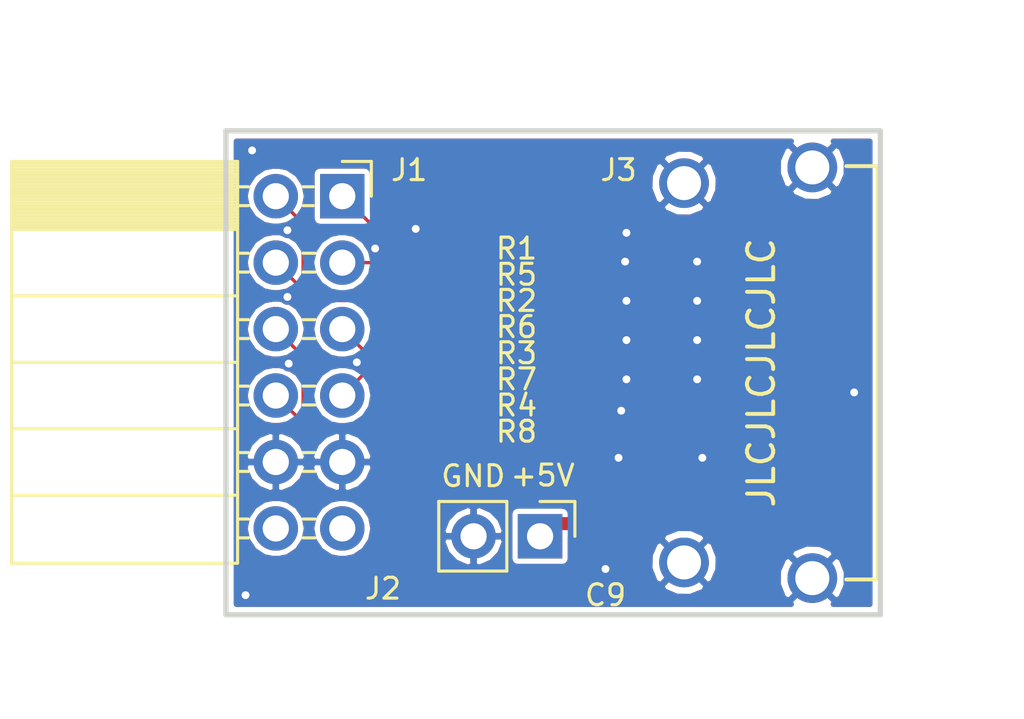
<source format=kicad_pcb>
(kicad_pcb (version 20171130) (host pcbnew 5.0.2-bee76a0~70~ubuntu18.04.1)

  (general
    (thickness 1.6)
    (drawings 7)
    (tracks 103)
    (zones 0)
    (modules 12)
    (nets 26)
  )

  (page A4)
  (layers
    (0 F.Cu signal)
    (31 B.Cu signal)
    (32 B.Adhes user)
    (33 F.Adhes user)
    (34 B.Paste user)
    (35 F.Paste user)
    (36 B.SilkS user)
    (37 F.SilkS user)
    (38 B.Mask user)
    (39 F.Mask user)
    (40 Dwgs.User user)
    (41 Cmts.User user)
    (42 Eco1.User user)
    (43 Eco2.User user)
    (44 Edge.Cuts user)
    (45 Margin user)
    (46 B.CrtYd user)
    (47 F.CrtYd user)
    (48 B.Fab user)
    (49 F.Fab user hide)
  )

  (setup
    (last_trace_width 0.13)
    (user_trace_width 0.2)
    (user_trace_width 0.3)
    (user_trace_width 0.5)
    (trace_clearance 0.13)
    (zone_clearance 0.2)
    (zone_45_only yes)
    (trace_min 0.13)
    (segment_width 0.2)
    (edge_width 0.15)
    (via_size 0.6)
    (via_drill 0.3)
    (via_min_size 0.6)
    (via_min_drill 0.3)
    (uvia_size 0.3)
    (uvia_drill 0.1)
    (uvias_allowed no)
    (uvia_min_size 0.2)
    (uvia_min_drill 0.1)
    (pcb_text_width 0.3)
    (pcb_text_size 1.5 1.5)
    (mod_edge_width 0.15)
    (mod_text_size 0.8 0.8)
    (mod_text_width 0.12)
    (pad_size 1.524 1.524)
    (pad_drill 0.762)
    (pad_to_mask_clearance 0.051)
    (solder_mask_min_width 0.25)
    (aux_axis_origin 0 0)
    (visible_elements FFFFFF7F)
    (pcbplotparams
      (layerselection 0x010fc_ffffffff)
      (usegerberextensions false)
      (usegerberattributes false)
      (usegerberadvancedattributes false)
      (creategerberjobfile false)
      (excludeedgelayer true)
      (linewidth 0.100000)
      (plotframeref false)
      (viasonmask false)
      (mode 1)
      (useauxorigin false)
      (hpglpennumber 1)
      (hpglpenspeed 20)
      (hpglpendiameter 15.000000)
      (psnegative false)
      (psa4output false)
      (plotreference true)
      (plotvalue true)
      (plotinvisibletext false)
      (padsonsilk false)
      (subtractmaskfromsilk false)
      (outputformat 1)
      (mirror false)
      (drillshape 0)
      (scaleselection 1)
      (outputdirectory "gerb/"))
  )

  (net 0 "")
  (net 1 /D2+)
  (net 2 /PMOD_D2+)
  (net 3 /D1+)
  (net 4 /PMOD_D1+)
  (net 5 /D0+)
  (net 6 /PMOD_D0+)
  (net 7 /CK+)
  (net 8 /PMOD_CK+)
  (net 9 /PMOD_D2-)
  (net 10 /D2-)
  (net 11 /PMOD_D1-)
  (net 12 /D1-)
  (net 13 /PMOD_D0-)
  (net 14 /D0-)
  (net 15 /PMOD_CK-)
  (net 16 /CK-)
  (net 17 GND)
  (net 18 +5V)
  (net 19 "Net-(J3-Pad13)")
  (net 20 "Net-(J3-Pad14)")
  (net 21 "Net-(J3-Pad15)")
  (net 22 "Net-(J3-Pad16)")
  (net 23 "Net-(J3-Pad19)")
  (net 24 "Net-(J1-Pad11)")
  (net 25 "Net-(J1-Pad12)")

  (net_class Default "This is the default net class."
    (clearance 0.13)
    (trace_width 0.13)
    (via_dia 0.6)
    (via_drill 0.3)
    (uvia_dia 0.3)
    (uvia_drill 0.1)
    (diff_pair_gap 0.13)
    (diff_pair_width 0.13)
    (add_net +5V)
    (add_net /CK+)
    (add_net /CK-)
    (add_net /D0+)
    (add_net /D0-)
    (add_net /D1+)
    (add_net /D1-)
    (add_net /D2+)
    (add_net /D2-)
    (add_net /PMOD_CK+)
    (add_net /PMOD_CK-)
    (add_net /PMOD_D0+)
    (add_net /PMOD_D0-)
    (add_net /PMOD_D1+)
    (add_net /PMOD_D1-)
    (add_net /PMOD_D2+)
    (add_net /PMOD_D2-)
    (add_net GND)
    (add_net "Net-(J1-Pad11)")
    (add_net "Net-(J1-Pad12)")
    (add_net "Net-(J3-Pad13)")
    (add_net "Net-(J3-Pad14)")
    (add_net "Net-(J3-Pad15)")
    (add_net "Net-(J3-Pad16)")
    (add_net "Net-(J3-Pad19)")
  )

  (module Capacitor_SMD:C_0402_1005Metric (layer F.Cu) (tedit 5B301BBE) (tstamp 5F6317E8)
    (at 141.5 83 90)
    (descr "Capacitor SMD 0402 (1005 Metric), square (rectangular) end terminal, IPC_7351 nominal, (Body size source: http://www.tortai-tech.com/upload/download/2011102023233369053.pdf), generated with kicad-footprint-generator")
    (tags capacitor)
    (path /5F630168)
    (attr smd)
    (fp_text reference C9 (at -2.25 0 180) (layer F.SilkS)
      (effects (font (size 0.8 0.8) (thickness 0.12)))
    )
    (fp_text value 220n (at 0 1.17 90) (layer F.Fab)
      (effects (font (size 1 1) (thickness 0.15)))
    )
    (fp_line (start -0.5 0.25) (end -0.5 -0.25) (layer F.Fab) (width 0.1))
    (fp_line (start -0.5 -0.25) (end 0.5 -0.25) (layer F.Fab) (width 0.1))
    (fp_line (start 0.5 -0.25) (end 0.5 0.25) (layer F.Fab) (width 0.1))
    (fp_line (start 0.5 0.25) (end -0.5 0.25) (layer F.Fab) (width 0.1))
    (fp_line (start -0.93 0.47) (end -0.93 -0.47) (layer F.CrtYd) (width 0.05))
    (fp_line (start -0.93 -0.47) (end 0.93 -0.47) (layer F.CrtYd) (width 0.05))
    (fp_line (start 0.93 -0.47) (end 0.93 0.47) (layer F.CrtYd) (width 0.05))
    (fp_line (start 0.93 0.47) (end -0.93 0.47) (layer F.CrtYd) (width 0.05))
    (fp_text user %R (at 0 0 90) (layer F.Fab)
      (effects (font (size 0.25 0.25) (thickness 0.04)))
    )
    (pad 1 smd roundrect (at -0.485 0 90) (size 0.59 0.64) (layers F.Cu F.Paste F.Mask) (roundrect_rratio 0.25)
      (net 17 GND))
    (pad 2 smd roundrect (at 0.485 0 90) (size 0.59 0.64) (layers F.Cu F.Paste F.Mask) (roundrect_rratio 0.25)
      (net 18 +5V))
    (model ${KISYS3DMOD}/Capacitor_SMD.3dshapes/C_0402_1005Metric.wrl
      (at (xyz 0 0 0))
      (scale (xyz 1 1 1))
      (rotate (xyz 0 0 0))
    )
  )

  (module Connector_PinSocket_2.54mm:PinSocket_2x06_P2.54mm_Horizontal (layer F.Cu) (tedit 5A19A42C) (tstamp 5F632166)
    (at 131.445 70)
    (descr "Through hole angled socket strip, 2x06, 2.54mm pitch, 8.51mm socket length, double cols (from Kicad 4.0.7), script generated")
    (tags "Through hole angled socket strip THT 2x06 2.54mm double row")
    (path /5F61A52F)
    (fp_text reference J1 (at 2.555 -1) (layer F.SilkS)
      (effects (font (size 0.8 0.8) (thickness 0.12)))
    )
    (fp_text value 02x06 (at -5.65 15.47) (layer F.Fab)
      (effects (font (size 1 1) (thickness 0.15)))
    )
    (fp_line (start -12.57 -1.27) (end -5.03 -1.27) (layer F.Fab) (width 0.1))
    (fp_line (start -5.03 -1.27) (end -4.06 -0.3) (layer F.Fab) (width 0.1))
    (fp_line (start -4.06 -0.3) (end -4.06 13.97) (layer F.Fab) (width 0.1))
    (fp_line (start -4.06 13.97) (end -12.57 13.97) (layer F.Fab) (width 0.1))
    (fp_line (start -12.57 13.97) (end -12.57 -1.27) (layer F.Fab) (width 0.1))
    (fp_line (start 0 -0.3) (end -4.06 -0.3) (layer F.Fab) (width 0.1))
    (fp_line (start -4.06 0.3) (end 0 0.3) (layer F.Fab) (width 0.1))
    (fp_line (start 0 0.3) (end 0 -0.3) (layer F.Fab) (width 0.1))
    (fp_line (start 0 2.24) (end -4.06 2.24) (layer F.Fab) (width 0.1))
    (fp_line (start -4.06 2.84) (end 0 2.84) (layer F.Fab) (width 0.1))
    (fp_line (start 0 2.84) (end 0 2.24) (layer F.Fab) (width 0.1))
    (fp_line (start 0 4.78) (end -4.06 4.78) (layer F.Fab) (width 0.1))
    (fp_line (start -4.06 5.38) (end 0 5.38) (layer F.Fab) (width 0.1))
    (fp_line (start 0 5.38) (end 0 4.78) (layer F.Fab) (width 0.1))
    (fp_line (start 0 7.32) (end -4.06 7.32) (layer F.Fab) (width 0.1))
    (fp_line (start -4.06 7.92) (end 0 7.92) (layer F.Fab) (width 0.1))
    (fp_line (start 0 7.92) (end 0 7.32) (layer F.Fab) (width 0.1))
    (fp_line (start 0 9.86) (end -4.06 9.86) (layer F.Fab) (width 0.1))
    (fp_line (start -4.06 10.46) (end 0 10.46) (layer F.Fab) (width 0.1))
    (fp_line (start 0 10.46) (end 0 9.86) (layer F.Fab) (width 0.1))
    (fp_line (start 0 12.4) (end -4.06 12.4) (layer F.Fab) (width 0.1))
    (fp_line (start -4.06 13) (end 0 13) (layer F.Fab) (width 0.1))
    (fp_line (start 0 13) (end 0 12.4) (layer F.Fab) (width 0.1))
    (fp_line (start -12.63 -1.21) (end -4 -1.21) (layer F.SilkS) (width 0.12))
    (fp_line (start -12.63 -1.091905) (end -4 -1.091905) (layer F.SilkS) (width 0.12))
    (fp_line (start -12.63 -0.97381) (end -4 -0.97381) (layer F.SilkS) (width 0.12))
    (fp_line (start -12.63 -0.855715) (end -4 -0.855715) (layer F.SilkS) (width 0.12))
    (fp_line (start -12.63 -0.73762) (end -4 -0.73762) (layer F.SilkS) (width 0.12))
    (fp_line (start -12.63 -0.619525) (end -4 -0.619525) (layer F.SilkS) (width 0.12))
    (fp_line (start -12.63 -0.50143) (end -4 -0.50143) (layer F.SilkS) (width 0.12))
    (fp_line (start -12.63 -0.383335) (end -4 -0.383335) (layer F.SilkS) (width 0.12))
    (fp_line (start -12.63 -0.26524) (end -4 -0.26524) (layer F.SilkS) (width 0.12))
    (fp_line (start -12.63 -0.147145) (end -4 -0.147145) (layer F.SilkS) (width 0.12))
    (fp_line (start -12.63 -0.02905) (end -4 -0.02905) (layer F.SilkS) (width 0.12))
    (fp_line (start -12.63 0.089045) (end -4 0.089045) (layer F.SilkS) (width 0.12))
    (fp_line (start -12.63 0.20714) (end -4 0.20714) (layer F.SilkS) (width 0.12))
    (fp_line (start -12.63 0.325235) (end -4 0.325235) (layer F.SilkS) (width 0.12))
    (fp_line (start -12.63 0.44333) (end -4 0.44333) (layer F.SilkS) (width 0.12))
    (fp_line (start -12.63 0.561425) (end -4 0.561425) (layer F.SilkS) (width 0.12))
    (fp_line (start -12.63 0.67952) (end -4 0.67952) (layer F.SilkS) (width 0.12))
    (fp_line (start -12.63 0.797615) (end -4 0.797615) (layer F.SilkS) (width 0.12))
    (fp_line (start -12.63 0.91571) (end -4 0.91571) (layer F.SilkS) (width 0.12))
    (fp_line (start -12.63 1.033805) (end -4 1.033805) (layer F.SilkS) (width 0.12))
    (fp_line (start -12.63 1.1519) (end -4 1.1519) (layer F.SilkS) (width 0.12))
    (fp_line (start -4 -0.36) (end -3.59 -0.36) (layer F.SilkS) (width 0.12))
    (fp_line (start -1.49 -0.36) (end -1.11 -0.36) (layer F.SilkS) (width 0.12))
    (fp_line (start -4 0.36) (end -3.59 0.36) (layer F.SilkS) (width 0.12))
    (fp_line (start -1.49 0.36) (end -1.11 0.36) (layer F.SilkS) (width 0.12))
    (fp_line (start -4 2.18) (end -3.59 2.18) (layer F.SilkS) (width 0.12))
    (fp_line (start -1.49 2.18) (end -1.05 2.18) (layer F.SilkS) (width 0.12))
    (fp_line (start -4 2.9) (end -3.59 2.9) (layer F.SilkS) (width 0.12))
    (fp_line (start -1.49 2.9) (end -1.05 2.9) (layer F.SilkS) (width 0.12))
    (fp_line (start -4 4.72) (end -3.59 4.72) (layer F.SilkS) (width 0.12))
    (fp_line (start -1.49 4.72) (end -1.05 4.72) (layer F.SilkS) (width 0.12))
    (fp_line (start -4 5.44) (end -3.59 5.44) (layer F.SilkS) (width 0.12))
    (fp_line (start -1.49 5.44) (end -1.05 5.44) (layer F.SilkS) (width 0.12))
    (fp_line (start -4 7.26) (end -3.59 7.26) (layer F.SilkS) (width 0.12))
    (fp_line (start -1.49 7.26) (end -1.05 7.26) (layer F.SilkS) (width 0.12))
    (fp_line (start -4 7.98) (end -3.59 7.98) (layer F.SilkS) (width 0.12))
    (fp_line (start -1.49 7.98) (end -1.05 7.98) (layer F.SilkS) (width 0.12))
    (fp_line (start -4 9.8) (end -3.59 9.8) (layer F.SilkS) (width 0.12))
    (fp_line (start -1.49 9.8) (end -1.05 9.8) (layer F.SilkS) (width 0.12))
    (fp_line (start -4 10.52) (end -3.59 10.52) (layer F.SilkS) (width 0.12))
    (fp_line (start -1.49 10.52) (end -1.05 10.52) (layer F.SilkS) (width 0.12))
    (fp_line (start -4 12.34) (end -3.59 12.34) (layer F.SilkS) (width 0.12))
    (fp_line (start -1.49 12.34) (end -1.05 12.34) (layer F.SilkS) (width 0.12))
    (fp_line (start -4 13.06) (end -3.59 13.06) (layer F.SilkS) (width 0.12))
    (fp_line (start -1.49 13.06) (end -1.05 13.06) (layer F.SilkS) (width 0.12))
    (fp_line (start -12.63 1.27) (end -4 1.27) (layer F.SilkS) (width 0.12))
    (fp_line (start -12.63 3.81) (end -4 3.81) (layer F.SilkS) (width 0.12))
    (fp_line (start -12.63 6.35) (end -4 6.35) (layer F.SilkS) (width 0.12))
    (fp_line (start -12.63 8.89) (end -4 8.89) (layer F.SilkS) (width 0.12))
    (fp_line (start -12.63 11.43) (end -4 11.43) (layer F.SilkS) (width 0.12))
    (fp_line (start -12.63 -1.33) (end -4 -1.33) (layer F.SilkS) (width 0.12))
    (fp_line (start -4 -1.33) (end -4 14.03) (layer F.SilkS) (width 0.12))
    (fp_line (start -12.63 14.03) (end -4 14.03) (layer F.SilkS) (width 0.12))
    (fp_line (start -12.63 -1.33) (end -12.63 14.03) (layer F.SilkS) (width 0.12))
    (fp_line (start 1.11 -1.33) (end 1.11 0) (layer F.SilkS) (width 0.12))
    (fp_line (start 0 -1.33) (end 1.11 -1.33) (layer F.SilkS) (width 0.12))
    (fp_line (start 1.8 -1.8) (end -13.05 -1.8) (layer F.CrtYd) (width 0.05))
    (fp_line (start -13.05 -1.8) (end -13.05 14.45) (layer F.CrtYd) (width 0.05))
    (fp_line (start -13.05 14.45) (end 1.8 14.45) (layer F.CrtYd) (width 0.05))
    (fp_line (start 1.8 14.45) (end 1.8 -1.8) (layer F.CrtYd) (width 0.05))
    (fp_text user %R (at -8.315 6.35 90) (layer F.Fab)
      (effects (font (size 1 1) (thickness 0.15)))
    )
    (pad 1 thru_hole rect (at 0 0) (size 1.7 1.7) (drill 1) (layers *.Cu *.Mask)
      (net 2 /PMOD_D2+))
    (pad 2 thru_hole oval (at -2.54 0) (size 1.7 1.7) (drill 1) (layers *.Cu *.Mask)
      (net 4 /PMOD_D1+))
    (pad 3 thru_hole oval (at 0 2.54) (size 1.7 1.7) (drill 1) (layers *.Cu *.Mask)
      (net 9 /PMOD_D2-))
    (pad 4 thru_hole oval (at -2.54 2.54) (size 1.7 1.7) (drill 1) (layers *.Cu *.Mask)
      (net 11 /PMOD_D1-))
    (pad 5 thru_hole oval (at 0 5.08) (size 1.7 1.7) (drill 1) (layers *.Cu *.Mask)
      (net 6 /PMOD_D0+))
    (pad 6 thru_hole oval (at -2.54 5.08) (size 1.7 1.7) (drill 1) (layers *.Cu *.Mask)
      (net 8 /PMOD_CK+))
    (pad 7 thru_hole oval (at 0 7.62) (size 1.7 1.7) (drill 1) (layers *.Cu *.Mask)
      (net 13 /PMOD_D0-))
    (pad 8 thru_hole oval (at -2.54 7.62) (size 1.7 1.7) (drill 1) (layers *.Cu *.Mask)
      (net 15 /PMOD_CK-))
    (pad 9 thru_hole oval (at 0 10.16) (size 1.7 1.7) (drill 1) (layers *.Cu *.Mask)
      (net 17 GND))
    (pad 10 thru_hole oval (at -2.54 10.16) (size 1.7 1.7) (drill 1) (layers *.Cu *.Mask)
      (net 17 GND))
    (pad 11 thru_hole oval (at 0 12.7) (size 1.7 1.7) (drill 1) (layers *.Cu *.Mask)
      (net 24 "Net-(J1-Pad11)"))
    (pad 12 thru_hole oval (at -2.54 12.7) (size 1.7 1.7) (drill 1) (layers *.Cu *.Mask)
      (net 25 "Net-(J1-Pad12)"))
    (model ${KISYS3DMOD}/Connector_PinSocket_2.54mm.3dshapes/PinSocket_2x06_P2.54mm_Horizontal.wrl
      (at (xyz 0 0 0))
      (scale (xyz 1 1 1))
      (rotate (xyz 0 0 0))
    )
  )

  (module Connector_PinHeader_2.54mm:PinHeader_1x02_P2.54mm_Vertical (layer F.Cu) (tedit 59FED5CC) (tstamp 5F631C5E)
    (at 139 83 270)
    (descr "Through hole straight pin header, 1x02, 2.54mm pitch, single row")
    (tags "Through hole pin header THT 1x02 2.54mm single row")
    (path /5F626B92)
    (fp_text reference J2 (at 2 6) (layer F.SilkS)
      (effects (font (size 0.8 0.8) (thickness 0.12)))
    )
    (fp_text value Conn_01x02 (at 0 4.87 270) (layer F.Fab)
      (effects (font (size 1 1) (thickness 0.15)))
    )
    (fp_line (start -0.635 -1.27) (end 1.27 -1.27) (layer F.Fab) (width 0.1))
    (fp_line (start 1.27 -1.27) (end 1.27 3.81) (layer F.Fab) (width 0.1))
    (fp_line (start 1.27 3.81) (end -1.27 3.81) (layer F.Fab) (width 0.1))
    (fp_line (start -1.27 3.81) (end -1.27 -0.635) (layer F.Fab) (width 0.1))
    (fp_line (start -1.27 -0.635) (end -0.635 -1.27) (layer F.Fab) (width 0.1))
    (fp_line (start -1.33 3.87) (end 1.33 3.87) (layer F.SilkS) (width 0.12))
    (fp_line (start -1.33 1.27) (end -1.33 3.87) (layer F.SilkS) (width 0.12))
    (fp_line (start 1.33 1.27) (end 1.33 3.87) (layer F.SilkS) (width 0.12))
    (fp_line (start -1.33 1.27) (end 1.33 1.27) (layer F.SilkS) (width 0.12))
    (fp_line (start -1.33 0) (end -1.33 -1.33) (layer F.SilkS) (width 0.12))
    (fp_line (start -1.33 -1.33) (end 0 -1.33) (layer F.SilkS) (width 0.12))
    (fp_line (start -1.8 -1.8) (end -1.8 4.35) (layer F.CrtYd) (width 0.05))
    (fp_line (start -1.8 4.35) (end 1.8 4.35) (layer F.CrtYd) (width 0.05))
    (fp_line (start 1.8 4.35) (end 1.8 -1.8) (layer F.CrtYd) (width 0.05))
    (fp_line (start 1.8 -1.8) (end -1.8 -1.8) (layer F.CrtYd) (width 0.05))
    (fp_text user %R (at 0 1.27) (layer F.Fab)
      (effects (font (size 1 1) (thickness 0.15)))
    )
    (pad 1 thru_hole rect (at 0 0 270) (size 1.7 1.7) (drill 1) (layers *.Cu *.Mask)
      (net 18 +5V))
    (pad 2 thru_hole oval (at 0 2.54 270) (size 1.7 1.7) (drill 1) (layers *.Cu *.Mask)
      (net 17 GND))
    (model ${KISYS3DMOD}/Connector_PinHeader_2.54mm.3dshapes/PinHeader_1x02_P2.54mm_Vertical.wrl
      (at (xyz 0 0 0))
      (scale (xyz 1 1 1))
      (rotate (xyz 0 0 0))
    )
  )

  (module dvi-pmod:HDMI-SS-53000 (layer F.Cu) (tedit 5F2B3614) (tstamp 5FB2E332)
    (at 144.5 76.75 270)
    (path /5F61A1A0)
    (attr smd)
    (fp_text reference J3 (at -7.75 2.5) (layer F.SilkS)
      (effects (font (size 0.8 0.8) (thickness 0.12)))
    )
    (fp_text value HDMI_A (at 0 -2.45 270) (layer F.Fab)
      (effects (font (size 1 1) (thickness 0.15)))
    )
    (fp_line (start -7.9 -7.4) (end -7.9 -6.2) (layer F.SilkS) (width 0.15))
    (fp_line (start 7.9 -7.4) (end 7.9 -6.2) (layer F.SilkS) (width 0.15))
    (fp_line (start -7.9 -7.4) (end 7.9 -7.4) (layer F.SilkS) (width 0.15))
    (fp_line (start -7.9 -7.4) (end 7.9 -7.4) (layer F.CrtYd) (width 0.15))
    (fp_line (start 7.9 -7.4) (end 7.9 1) (layer F.CrtYd) (width 0.15))
    (fp_line (start 7.9 1) (end -7.9 1) (layer F.CrtYd) (width 0.15))
    (fp_line (start -7.9 1) (end -7.9 -7.4) (layer F.CrtYd) (width 0.15))
    (pad SH thru_hole circle (at -7.85 -4.9 270) (size 1.9 1.9) (drill 1.3) (layers *.Cu *.Mask)
      (net 17 GND))
    (pad SH thru_hole circle (at 7.85 -4.9 270) (size 1.9 1.9) (drill 1.3) (layers *.Cu *.Mask)
      (net 17 GND))
    (pad SH thru_hole circle (at -7.25 0 270) (size 1.9 1.9) (drill 1.3) (layers *.Cu *.Mask)
      (net 17 GND))
    (pad SH thru_hole circle (at 7.25 0 270) (size 1.9 1.9) (drill 1.3) (layers *.Cu *.Mask)
      (net 17 GND))
    (pad 19 smd rect (at 4.25 0.9 270) (size 0.3 1.9) (layers F.Cu F.Paste F.Mask)
      (net 23 "Net-(J3-Pad19)"))
    (pad 18 smd rect (at 3.75 0.9 270) (size 0.3 1.9) (layers F.Cu F.Paste F.Mask)
      (net 18 +5V))
    (pad 17 smd rect (at 3.25 0.9 270) (size 0.3 1.9) (layers F.Cu F.Paste F.Mask)
      (net 17 GND))
    (pad 16 smd rect (at 2.75 0.9 270) (size 0.3 1.9) (layers F.Cu F.Paste F.Mask)
      (net 22 "Net-(J3-Pad16)"))
    (pad 15 smd rect (at 2.25 0.9 270) (size 0.3 1.9) (layers F.Cu F.Paste F.Mask)
      (net 21 "Net-(J3-Pad15)"))
    (pad 14 smd rect (at 1.75 0.9 270) (size 0.3 1.9) (layers F.Cu F.Paste F.Mask)
      (net 20 "Net-(J3-Pad14)"))
    (pad 13 smd rect (at 1.25 0.9 270) (size 0.3 1.9) (layers F.Cu F.Paste F.Mask)
      (net 19 "Net-(J3-Pad13)"))
    (pad 12 smd rect (at 0.75 0.9 270) (size 0.3 1.9) (layers F.Cu F.Paste F.Mask)
      (net 16 /CK-))
    (pad 11 smd rect (at 0.25 0.9 270) (size 0.3 1.9) (layers F.Cu F.Paste F.Mask)
      (net 17 GND))
    (pad 10 smd rect (at -0.25 0.9 270) (size 0.3 1.9) (layers F.Cu F.Paste F.Mask)
      (net 7 /CK+))
    (pad 9 smd rect (at -0.75 0.9 270) (size 0.3 1.9) (layers F.Cu F.Paste F.Mask)
      (net 14 /D0-))
    (pad 8 smd rect (at -1.25 0.9 270) (size 0.3 1.9) (layers F.Cu F.Paste F.Mask)
      (net 17 GND))
    (pad 7 smd rect (at -1.75 0.9 270) (size 0.3 1.9) (layers F.Cu F.Paste F.Mask)
      (net 5 /D0+))
    (pad 6 smd rect (at -2.25 0.9 270) (size 0.3 1.9) (layers F.Cu F.Paste F.Mask)
      (net 12 /D1-))
    (pad 5 smd rect (at -2.75 0.9 270) (size 0.3 1.9) (layers F.Cu F.Paste F.Mask)
      (net 17 GND))
    (pad 4 smd rect (at -3.25 0.9 270) (size 0.3 1.9) (layers F.Cu F.Paste F.Mask)
      (net 3 /D1+))
    (pad 3 smd rect (at -3.75 0.9 270) (size 0.3 1.9) (layers F.Cu F.Paste F.Mask)
      (net 10 /D2-))
    (pad 2 smd rect (at -4.25 0.9 270) (size 0.3 1.9) (layers F.Cu F.Paste F.Mask)
      (net 17 GND))
    (pad 1 smd rect (at -4.75 0.9 270) (size 0.3 1.9) (layers F.Cu F.Paste F.Mask)
      (net 1 /D2+))
  )

  (module Resistor_SMD:R_0402_1005Metric (layer F.Cu) (tedit 5B301BBD) (tstamp 5FB2E3F7)
    (at 140 72 180)
    (descr "Resistor SMD 0402 (1005 Metric), square (rectangular) end terminal, IPC_7351 nominal, (Body size source: http://www.tortai-tech.com/upload/download/2011102023233369053.pdf), generated with kicad-footprint-generator")
    (tags resistor)
    (path /5F9B247A)
    (attr smd)
    (fp_text reference R1 (at 1.9 0 180) (layer F.SilkS)
      (effects (font (size 0.8 0.8) (thickness 0.12)))
    )
    (fp_text value 270 (at 0 1.17 180) (layer F.Fab)
      (effects (font (size 1 1) (thickness 0.15)))
    )
    (fp_line (start -0.5 0.25) (end -0.5 -0.25) (layer F.Fab) (width 0.1))
    (fp_line (start -0.5 -0.25) (end 0.5 -0.25) (layer F.Fab) (width 0.1))
    (fp_line (start 0.5 -0.25) (end 0.5 0.25) (layer F.Fab) (width 0.1))
    (fp_line (start 0.5 0.25) (end -0.5 0.25) (layer F.Fab) (width 0.1))
    (fp_line (start -0.93 0.47) (end -0.93 -0.47) (layer F.CrtYd) (width 0.05))
    (fp_line (start -0.93 -0.47) (end 0.93 -0.47) (layer F.CrtYd) (width 0.05))
    (fp_line (start 0.93 -0.47) (end 0.93 0.47) (layer F.CrtYd) (width 0.05))
    (fp_line (start 0.93 0.47) (end -0.93 0.47) (layer F.CrtYd) (width 0.05))
    (fp_text user %R (at 0 0 180) (layer F.Fab)
      (effects (font (size 0.25 0.25) (thickness 0.04)))
    )
    (pad 1 smd roundrect (at -0.485 0 180) (size 0.59 0.64) (layers F.Cu F.Paste F.Mask) (roundrect_rratio 0.25)
      (net 1 /D2+))
    (pad 2 smd roundrect (at 0.485 0 180) (size 0.59 0.64) (layers F.Cu F.Paste F.Mask) (roundrect_rratio 0.25)
      (net 2 /PMOD_D2+))
    (model ${KISYS3DMOD}/Resistor_SMD.3dshapes/R_0402_1005Metric.wrl
      (at (xyz 0 0 0))
      (scale (xyz 1 1 1))
      (rotate (xyz 0 0 0))
    )
  )

  (module Resistor_SMD:R_0402_1005Metric (layer F.Cu) (tedit 5B301BBD) (tstamp 5FB2E406)
    (at 140 74 180)
    (descr "Resistor SMD 0402 (1005 Metric), square (rectangular) end terminal, IPC_7351 nominal, (Body size source: http://www.tortai-tech.com/upload/download/2011102023233369053.pdf), generated with kicad-footprint-generator")
    (tags resistor)
    (path /5F9B2597)
    (attr smd)
    (fp_text reference R2 (at 1.9 0 180) (layer F.SilkS)
      (effects (font (size 0.8 0.8) (thickness 0.12)))
    )
    (fp_text value 270 (at 0 1.17 180) (layer F.Fab)
      (effects (font (size 1 1) (thickness 0.15)))
    )
    (fp_text user %R (at 0 0 180) (layer F.Fab)
      (effects (font (size 0.25 0.25) (thickness 0.04)))
    )
    (fp_line (start 0.93 0.47) (end -0.93 0.47) (layer F.CrtYd) (width 0.05))
    (fp_line (start 0.93 -0.47) (end 0.93 0.47) (layer F.CrtYd) (width 0.05))
    (fp_line (start -0.93 -0.47) (end 0.93 -0.47) (layer F.CrtYd) (width 0.05))
    (fp_line (start -0.93 0.47) (end -0.93 -0.47) (layer F.CrtYd) (width 0.05))
    (fp_line (start 0.5 0.25) (end -0.5 0.25) (layer F.Fab) (width 0.1))
    (fp_line (start 0.5 -0.25) (end 0.5 0.25) (layer F.Fab) (width 0.1))
    (fp_line (start -0.5 -0.25) (end 0.5 -0.25) (layer F.Fab) (width 0.1))
    (fp_line (start -0.5 0.25) (end -0.5 -0.25) (layer F.Fab) (width 0.1))
    (pad 2 smd roundrect (at 0.485 0 180) (size 0.59 0.64) (layers F.Cu F.Paste F.Mask) (roundrect_rratio 0.25)
      (net 4 /PMOD_D1+))
    (pad 1 smd roundrect (at -0.485 0 180) (size 0.59 0.64) (layers F.Cu F.Paste F.Mask) (roundrect_rratio 0.25)
      (net 3 /D1+))
    (model ${KISYS3DMOD}/Resistor_SMD.3dshapes/R_0402_1005Metric.wrl
      (at (xyz 0 0 0))
      (scale (xyz 1 1 1))
      (rotate (xyz 0 0 0))
    )
  )

  (module Resistor_SMD:R_0402_1005Metric (layer F.Cu) (tedit 5B301BBD) (tstamp 5FB2E415)
    (at 140 76 180)
    (descr "Resistor SMD 0402 (1005 Metric), square (rectangular) end terminal, IPC_7351 nominal, (Body size source: http://www.tortai-tech.com/upload/download/2011102023233369053.pdf), generated with kicad-footprint-generator")
    (tags resistor)
    (path /5F9B25BB)
    (attr smd)
    (fp_text reference R3 (at 1.9 0 180) (layer F.SilkS)
      (effects (font (size 0.8 0.8) (thickness 0.12)))
    )
    (fp_text value 270 (at 0 1.17 180) (layer F.Fab)
      (effects (font (size 1 1) (thickness 0.15)))
    )
    (fp_line (start -0.5 0.25) (end -0.5 -0.25) (layer F.Fab) (width 0.1))
    (fp_line (start -0.5 -0.25) (end 0.5 -0.25) (layer F.Fab) (width 0.1))
    (fp_line (start 0.5 -0.25) (end 0.5 0.25) (layer F.Fab) (width 0.1))
    (fp_line (start 0.5 0.25) (end -0.5 0.25) (layer F.Fab) (width 0.1))
    (fp_line (start -0.93 0.47) (end -0.93 -0.47) (layer F.CrtYd) (width 0.05))
    (fp_line (start -0.93 -0.47) (end 0.93 -0.47) (layer F.CrtYd) (width 0.05))
    (fp_line (start 0.93 -0.47) (end 0.93 0.47) (layer F.CrtYd) (width 0.05))
    (fp_line (start 0.93 0.47) (end -0.93 0.47) (layer F.CrtYd) (width 0.05))
    (fp_text user %R (at 0 0 180) (layer F.Fab)
      (effects (font (size 0.25 0.25) (thickness 0.04)))
    )
    (pad 1 smd roundrect (at -0.485 0 180) (size 0.59 0.64) (layers F.Cu F.Paste F.Mask) (roundrect_rratio 0.25)
      (net 5 /D0+))
    (pad 2 smd roundrect (at 0.485 0 180) (size 0.59 0.64) (layers F.Cu F.Paste F.Mask) (roundrect_rratio 0.25)
      (net 6 /PMOD_D0+))
    (model ${KISYS3DMOD}/Resistor_SMD.3dshapes/R_0402_1005Metric.wrl
      (at (xyz 0 0 0))
      (scale (xyz 1 1 1))
      (rotate (xyz 0 0 0))
    )
  )

  (module Resistor_SMD:R_0402_1005Metric (layer F.Cu) (tedit 5B301BBD) (tstamp 5FB2E424)
    (at 140 78 180)
    (descr "Resistor SMD 0402 (1005 Metric), square (rectangular) end terminal, IPC_7351 nominal, (Body size source: http://www.tortai-tech.com/upload/download/2011102023233369053.pdf), generated with kicad-footprint-generator")
    (tags resistor)
    (path /5F9B25E1)
    (attr smd)
    (fp_text reference R4 (at 1.9 0 180) (layer F.SilkS)
      (effects (font (size 0.8 0.8) (thickness 0.12)))
    )
    (fp_text value 270 (at 0 1.17 180) (layer F.Fab)
      (effects (font (size 1 1) (thickness 0.15)))
    )
    (fp_text user %R (at 0 0 180) (layer F.Fab)
      (effects (font (size 0.25 0.25) (thickness 0.04)))
    )
    (fp_line (start 0.93 0.47) (end -0.93 0.47) (layer F.CrtYd) (width 0.05))
    (fp_line (start 0.93 -0.47) (end 0.93 0.47) (layer F.CrtYd) (width 0.05))
    (fp_line (start -0.93 -0.47) (end 0.93 -0.47) (layer F.CrtYd) (width 0.05))
    (fp_line (start -0.93 0.47) (end -0.93 -0.47) (layer F.CrtYd) (width 0.05))
    (fp_line (start 0.5 0.25) (end -0.5 0.25) (layer F.Fab) (width 0.1))
    (fp_line (start 0.5 -0.25) (end 0.5 0.25) (layer F.Fab) (width 0.1))
    (fp_line (start -0.5 -0.25) (end 0.5 -0.25) (layer F.Fab) (width 0.1))
    (fp_line (start -0.5 0.25) (end -0.5 -0.25) (layer F.Fab) (width 0.1))
    (pad 2 smd roundrect (at 0.485 0 180) (size 0.59 0.64) (layers F.Cu F.Paste F.Mask) (roundrect_rratio 0.25)
      (net 8 /PMOD_CK+))
    (pad 1 smd roundrect (at -0.485 0 180) (size 0.59 0.64) (layers F.Cu F.Paste F.Mask) (roundrect_rratio 0.25)
      (net 7 /CK+))
    (model ${KISYS3DMOD}/Resistor_SMD.3dshapes/R_0402_1005Metric.wrl
      (at (xyz 0 0 0))
      (scale (xyz 1 1 1))
      (rotate (xyz 0 0 0))
    )
  )

  (module Resistor_SMD:R_0402_1005Metric (layer F.Cu) (tedit 5B301BBD) (tstamp 5FB2E433)
    (at 140 73)
    (descr "Resistor SMD 0402 (1005 Metric), square (rectangular) end terminal, IPC_7351 nominal, (Body size source: http://www.tortai-tech.com/upload/download/2011102023233369053.pdf), generated with kicad-footprint-generator")
    (tags resistor)
    (path /5F9B39AE)
    (attr smd)
    (fp_text reference R5 (at -1.9 0) (layer F.SilkS)
      (effects (font (size 0.8 0.8) (thickness 0.12)))
    )
    (fp_text value 270 (at 0 1.17) (layer F.Fab)
      (effects (font (size 1 1) (thickness 0.15)))
    )
    (fp_text user %R (at 0 0) (layer F.Fab)
      (effects (font (size 0.25 0.25) (thickness 0.04)))
    )
    (fp_line (start 0.93 0.47) (end -0.93 0.47) (layer F.CrtYd) (width 0.05))
    (fp_line (start 0.93 -0.47) (end 0.93 0.47) (layer F.CrtYd) (width 0.05))
    (fp_line (start -0.93 -0.47) (end 0.93 -0.47) (layer F.CrtYd) (width 0.05))
    (fp_line (start -0.93 0.47) (end -0.93 -0.47) (layer F.CrtYd) (width 0.05))
    (fp_line (start 0.5 0.25) (end -0.5 0.25) (layer F.Fab) (width 0.1))
    (fp_line (start 0.5 -0.25) (end 0.5 0.25) (layer F.Fab) (width 0.1))
    (fp_line (start -0.5 -0.25) (end 0.5 -0.25) (layer F.Fab) (width 0.1))
    (fp_line (start -0.5 0.25) (end -0.5 -0.25) (layer F.Fab) (width 0.1))
    (pad 2 smd roundrect (at 0.485 0) (size 0.59 0.64) (layers F.Cu F.Paste F.Mask) (roundrect_rratio 0.25)
      (net 10 /D2-))
    (pad 1 smd roundrect (at -0.485 0) (size 0.59 0.64) (layers F.Cu F.Paste F.Mask) (roundrect_rratio 0.25)
      (net 9 /PMOD_D2-))
    (model ${KISYS3DMOD}/Resistor_SMD.3dshapes/R_0402_1005Metric.wrl
      (at (xyz 0 0 0))
      (scale (xyz 1 1 1))
      (rotate (xyz 0 0 0))
    )
  )

  (module Resistor_SMD:R_0402_1005Metric (layer F.Cu) (tedit 5B301BBD) (tstamp 5FB2E442)
    (at 140 75)
    (descr "Resistor SMD 0402 (1005 Metric), square (rectangular) end terminal, IPC_7351 nominal, (Body size source: http://www.tortai-tech.com/upload/download/2011102023233369053.pdf), generated with kicad-footprint-generator")
    (tags resistor)
    (path /5F9B3974)
    (attr smd)
    (fp_text reference R6 (at -1.9 0) (layer F.SilkS)
      (effects (font (size 0.8 0.8) (thickness 0.12)))
    )
    (fp_text value 270 (at 0 1.17) (layer F.Fab)
      (effects (font (size 1 1) (thickness 0.15)))
    )
    (fp_line (start -0.5 0.25) (end -0.5 -0.25) (layer F.Fab) (width 0.1))
    (fp_line (start -0.5 -0.25) (end 0.5 -0.25) (layer F.Fab) (width 0.1))
    (fp_line (start 0.5 -0.25) (end 0.5 0.25) (layer F.Fab) (width 0.1))
    (fp_line (start 0.5 0.25) (end -0.5 0.25) (layer F.Fab) (width 0.1))
    (fp_line (start -0.93 0.47) (end -0.93 -0.47) (layer F.CrtYd) (width 0.05))
    (fp_line (start -0.93 -0.47) (end 0.93 -0.47) (layer F.CrtYd) (width 0.05))
    (fp_line (start 0.93 -0.47) (end 0.93 0.47) (layer F.CrtYd) (width 0.05))
    (fp_line (start 0.93 0.47) (end -0.93 0.47) (layer F.CrtYd) (width 0.05))
    (fp_text user %R (at 0 0) (layer F.Fab)
      (effects (font (size 0.25 0.25) (thickness 0.04)))
    )
    (pad 1 smd roundrect (at -0.485 0) (size 0.59 0.64) (layers F.Cu F.Paste F.Mask) (roundrect_rratio 0.25)
      (net 11 /PMOD_D1-))
    (pad 2 smd roundrect (at 0.485 0) (size 0.59 0.64) (layers F.Cu F.Paste F.Mask) (roundrect_rratio 0.25)
      (net 12 /D1-))
    (model ${KISYS3DMOD}/Resistor_SMD.3dshapes/R_0402_1005Metric.wrl
      (at (xyz 0 0 0))
      (scale (xyz 1 1 1))
      (rotate (xyz 0 0 0))
    )
  )

  (module Resistor_SMD:R_0402_1005Metric (layer F.Cu) (tedit 5B301BBD) (tstamp 5FB2E451)
    (at 140 77)
    (descr "Resistor SMD 0402 (1005 Metric), square (rectangular) end terminal, IPC_7351 nominal, (Body size source: http://www.tortai-tech.com/upload/download/2011102023233369053.pdf), generated with kicad-footprint-generator")
    (tags resistor)
    (path /5F9B2639)
    (attr smd)
    (fp_text reference R7 (at -1.9 0) (layer F.SilkS)
      (effects (font (size 0.8 0.8) (thickness 0.12)))
    )
    (fp_text value 270 (at 0 1.17) (layer F.Fab)
      (effects (font (size 1 1) (thickness 0.15)))
    )
    (fp_line (start -0.5 0.25) (end -0.5 -0.25) (layer F.Fab) (width 0.1))
    (fp_line (start -0.5 -0.25) (end 0.5 -0.25) (layer F.Fab) (width 0.1))
    (fp_line (start 0.5 -0.25) (end 0.5 0.25) (layer F.Fab) (width 0.1))
    (fp_line (start 0.5 0.25) (end -0.5 0.25) (layer F.Fab) (width 0.1))
    (fp_line (start -0.93 0.47) (end -0.93 -0.47) (layer F.CrtYd) (width 0.05))
    (fp_line (start -0.93 -0.47) (end 0.93 -0.47) (layer F.CrtYd) (width 0.05))
    (fp_line (start 0.93 -0.47) (end 0.93 0.47) (layer F.CrtYd) (width 0.05))
    (fp_line (start 0.93 0.47) (end -0.93 0.47) (layer F.CrtYd) (width 0.05))
    (fp_text user %R (at 0 0) (layer F.Fab)
      (effects (font (size 0.25 0.25) (thickness 0.04)))
    )
    (pad 1 smd roundrect (at -0.485 0) (size 0.59 0.64) (layers F.Cu F.Paste F.Mask) (roundrect_rratio 0.25)
      (net 13 /PMOD_D0-))
    (pad 2 smd roundrect (at 0.485 0) (size 0.59 0.64) (layers F.Cu F.Paste F.Mask) (roundrect_rratio 0.25)
      (net 14 /D0-))
    (model ${KISYS3DMOD}/Resistor_SMD.3dshapes/R_0402_1005Metric.wrl
      (at (xyz 0 0 0))
      (scale (xyz 1 1 1))
      (rotate (xyz 0 0 0))
    )
  )

  (module Resistor_SMD:R_0402_1005Metric (layer F.Cu) (tedit 5B301BBD) (tstamp 5FB2E460)
    (at 140 79)
    (descr "Resistor SMD 0402 (1005 Metric), square (rectangular) end terminal, IPC_7351 nominal, (Body size source: http://www.tortai-tech.com/upload/download/2011102023233369053.pdf), generated with kicad-footprint-generator")
    (tags resistor)
    (path /5F9B394C)
    (attr smd)
    (fp_text reference R8 (at -1.9 0) (layer F.SilkS)
      (effects (font (size 0.8 0.8) (thickness 0.12)))
    )
    (fp_text value 270 (at 0 1.17) (layer F.Fab)
      (effects (font (size 1 1) (thickness 0.15)))
    )
    (fp_text user %R (at 0 0) (layer F.Fab)
      (effects (font (size 0.25 0.25) (thickness 0.04)))
    )
    (fp_line (start 0.93 0.47) (end -0.93 0.47) (layer F.CrtYd) (width 0.05))
    (fp_line (start 0.93 -0.47) (end 0.93 0.47) (layer F.CrtYd) (width 0.05))
    (fp_line (start -0.93 -0.47) (end 0.93 -0.47) (layer F.CrtYd) (width 0.05))
    (fp_line (start -0.93 0.47) (end -0.93 -0.47) (layer F.CrtYd) (width 0.05))
    (fp_line (start 0.5 0.25) (end -0.5 0.25) (layer F.Fab) (width 0.1))
    (fp_line (start 0.5 -0.25) (end 0.5 0.25) (layer F.Fab) (width 0.1))
    (fp_line (start -0.5 -0.25) (end 0.5 -0.25) (layer F.Fab) (width 0.1))
    (fp_line (start -0.5 0.25) (end -0.5 -0.25) (layer F.Fab) (width 0.1))
    (pad 2 smd roundrect (at 0.485 0) (size 0.59 0.64) (layers F.Cu F.Paste F.Mask) (roundrect_rratio 0.25)
      (net 16 /CK-))
    (pad 1 smd roundrect (at -0.485 0) (size 0.59 0.64) (layers F.Cu F.Paste F.Mask) (roundrect_rratio 0.25)
      (net 15 /PMOD_CK-))
    (model ${KISYS3DMOD}/Resistor_SMD.3dshapes/R_0402_1005Metric.wrl
      (at (xyz 0 0 0))
      (scale (xyz 1 1 1))
      (rotate (xyz 0 0 0))
    )
  )

  (gr_text +5V (at 139.1 80.675) (layer F.SilkS) (tstamp 5F63457A)
    (effects (font (size 0.8 0.8) (thickness 0.12)))
  )
  (gr_text GND (at 136.45 80.7) (layer F.SilkS)
    (effects (font (size 0.8 0.8) (thickness 0.12)))
  )
  (gr_text JLCJLCJLCJLC (at 147.45 76.75 90) (layer F.SilkS)
    (effects (font (size 1 1) (thickness 0.15)))
  )
  (gr_line (start 152 86) (end 152 67.5) (layer Edge.Cuts) (width 0.2))
  (gr_line (start 127 86) (end 152 86) (layer Edge.Cuts) (width 0.2))
  (gr_line (start 127 67.5) (end 127 86) (layer Edge.Cuts) (width 0.2))
  (gr_line (start 152 67.5) (end 127 67.5) (layer Edge.Cuts) (width 0.2))

  (segment (start 140.785 72.3) (end 140.485 72) (width 0.13) (layer F.Cu) (net 1))
  (segment (start 141.717398 72.3) (end 140.785 72.3) (width 0.13) (layer F.Cu) (net 1))
  (segment (start 142.012399 72.004999) (end 141.717398 72.3) (width 0.13) (layer F.Cu) (net 1))
  (segment (start 143.6 72) (end 143.595001 72.004999) (width 0.13) (layer F.Cu) (net 1))
  (segment (start 143.595001 72.004999) (end 142.012399 72.004999) (width 0.13) (layer F.Cu) (net 1))
  (segment (start 139.265 72.25) (end 139.515 72) (width 0.13) (layer F.Cu) (net 2))
  (segment (start 133.725 72.25) (end 139.265 72.25) (width 0.13) (layer F.Cu) (net 2))
  (segment (start 131.445 70) (end 131.475 70) (width 0.13) (layer F.Cu) (net 2))
  (segment (start 131.475 70) (end 133.725 72.25) (width 0.13) (layer F.Cu) (net 2))
  (segment (start 140.785 74.3) (end 141.7 74.3) (width 0.13) (layer F.Cu) (net 3))
  (segment (start 140.485 74) (end 140.785 74.3) (width 0.13) (layer F.Cu) (net 3))
  (segment (start 141.804999 73.762399) (end 142.067398 73.5) (width 0.13) (layer F.Cu) (net 3))
  (segment (start 141.7 74.3) (end 141.804999 74.195001) (width 0.13) (layer F.Cu) (net 3))
  (segment (start 141.804999 74.195001) (end 141.804999 73.762399) (width 0.13) (layer F.Cu) (net 3))
  (segment (start 142.52 73.5) (end 143.6 73.5) (width 0.13) (layer F.Cu) (net 3))
  (segment (start 142.067398 73.5) (end 142.52 73.5) (width 0.13) (layer F.Cu) (net 3))
  (segment (start 138.45 74) (end 139.515 74) (width 0.13) (layer F.Cu) (net 4))
  (segment (start 138.175 73.725) (end 138.45 74) (width 0.13) (layer F.Cu) (net 4))
  (segment (start 129.950001 73.025001) (end 130.65 73.725) (width 0.13) (layer F.Cu) (net 4))
  (segment (start 129.950001 71.045001) (end 129.950001 73.025001) (width 0.13) (layer F.Cu) (net 4))
  (segment (start 130.65 73.725) (end 138.175 73.725) (width 0.13) (layer F.Cu) (net 4))
  (segment (start 128.905 70) (end 129.950001 71.045001) (width 0.13) (layer F.Cu) (net 4))
  (segment (start 142.52 75) (end 143.6 75) (width 0.13) (layer F.Cu) (net 5))
  (segment (start 142.295001 75.004999) (end 142.3 75) (width 0.13) (layer F.Cu) (net 5))
  (segment (start 142.062399 75.004999) (end 142.295001 75.004999) (width 0.13) (layer F.Cu) (net 5))
  (segment (start 141.804999 75.262399) (end 142.062399 75.004999) (width 0.13) (layer F.Cu) (net 5))
  (segment (start 142.3 75) (end 142.52 75) (width 0.13) (layer F.Cu) (net 5))
  (segment (start 141.804999 75.495001) (end 141.804999 75.262399) (width 0.13) (layer F.Cu) (net 5))
  (segment (start 140.785 76.3) (end 141 76.3) (width 0.13) (layer F.Cu) (net 5))
  (segment (start 141 76.3) (end 141.804999 75.495001) (width 0.13) (layer F.Cu) (net 5))
  (segment (start 140.485 76) (end 140.785 76.3) (width 0.13) (layer F.Cu) (net 5))
  (segment (start 139.14 76.375) (end 139.515 76) (width 0.13) (layer F.Cu) (net 6))
  (segment (start 131.445 75.08) (end 132.74 76.375) (width 0.13) (layer F.Cu) (net 6))
  (segment (start 132.74 76.375) (end 139.14 76.375) (width 0.13) (layer F.Cu) (net 6))
  (segment (start 142.067398 76.5) (end 142.52 76.5) (width 0.13) (layer F.Cu) (net 7))
  (segment (start 141.78839 76.779008) (end 142.067398 76.5) (width 0.13) (layer F.Cu) (net 7))
  (segment (start 141.78839 77.328914) (end 141.78839 76.779008) (width 0.13) (layer F.Cu) (net 7))
  (segment (start 140.485 78) (end 141.117304 78) (width 0.13) (layer F.Cu) (net 7))
  (segment (start 142.52 76.5) (end 143.6 76.5) (width 0.13) (layer F.Cu) (net 7))
  (segment (start 141.117304 78) (end 141.78839 77.328914) (width 0.13) (layer F.Cu) (net 7))
  (segment (start 139.12 78) (end 139.515 78) (width 0.13) (layer F.Cu) (net 8))
  (segment (start 138.37 78.75) (end 139.12 78) (width 0.13) (layer F.Cu) (net 8))
  (segment (start 130.525 78.75) (end 138.37 78.75) (width 0.13) (layer F.Cu) (net 8))
  (segment (start 129.950001 78.175001) (end 130.525 78.75) (width 0.13) (layer F.Cu) (net 8))
  (segment (start 128.905 75.08) (end 129.950001 76.125001) (width 0.13) (layer F.Cu) (net 8))
  (segment (start 129.950001 76.125001) (end 129.950001 78.175001) (width 0.13) (layer F.Cu) (net 8))
  (segment (start 139.055 72.54) (end 139.515 73) (width 0.13) (layer F.Cu) (net 9))
  (segment (start 131.445 72.54) (end 139.055 72.54) (width 0.13) (layer F.Cu) (net 9))
  (segment (start 141.817398 72.8) (end 142.017398 73) (width 0.13) (layer F.Cu) (net 10))
  (segment (start 142.304999 73) (end 143.6 73) (width 0.13) (layer F.Cu) (net 10))
  (segment (start 142.017398 73) (end 142.304999 73) (width 0.13) (layer F.Cu) (net 10))
  (segment (start 140.485 73) (end 140.685 72.8) (width 0.13) (layer F.Cu) (net 10))
  (segment (start 140.685 72.8) (end 141.817398 72.8) (width 0.13) (layer F.Cu) (net 10))
  (segment (start 139.12 75) (end 139.515 75) (width 0.13) (layer F.Cu) (net 11))
  (segment (start 138.067301 73.985011) (end 139.08229 75) (width 0.13) (layer F.Cu) (net 11))
  (segment (start 128.905 72.54) (end 130.350011 73.985011) (width 0.13) (layer F.Cu) (net 11))
  (segment (start 139.08229 75) (end 139.12 75) (width 0.13) (layer F.Cu) (net 11))
  (segment (start 130.350011 73.985011) (end 138.067301 73.985011) (width 0.13) (layer F.Cu) (net 11))
  (segment (start 142.52 74.5) (end 143.6 74.5) (width 0.13) (layer F.Cu) (net 12))
  (segment (start 142.39 74.63) (end 142.52 74.5) (width 0.13) (layer F.Cu) (net 12))
  (segment (start 140.855 74.63) (end 142.39 74.63) (width 0.13) (layer F.Cu) (net 12))
  (segment (start 140.485 75) (end 140.855 74.63) (width 0.13) (layer F.Cu) (net 12))
  (segment (start 139.165 76.65) (end 139.515 77) (width 0.13) (layer F.Cu) (net 13))
  (segment (start 131.445 77.62) (end 132.415 76.65) (width 0.13) (layer F.Cu) (net 13))
  (segment (start 132.415 76.65) (end 139.165 76.65) (width 0.13) (layer F.Cu) (net 13))
  (segment (start 140.7 77) (end 140.485 77) (width 0.13) (layer F.Cu) (net 14))
  (segment (start 143.6 76) (end 141.7 76) (width 0.13) (layer F.Cu) (net 14))
  (segment (start 141.7 76) (end 140.7 77) (width 0.13) (layer F.Cu) (net 14))
  (segment (start 139.109989 79.010011) (end 139.12 79) (width 0.13) (layer F.Cu) (net 15))
  (segment (start 130.295011 79.010011) (end 139.109989 79.010011) (width 0.13) (layer F.Cu) (net 15))
  (segment (start 139.12 79) (end 139.515 79) (width 0.13) (layer F.Cu) (net 15))
  (segment (start 128.905 77.62) (end 130.295011 79.010011) (width 0.13) (layer F.Cu) (net 15))
  (segment (start 141.985 77.5) (end 143.6 77.5) (width 0.13) (layer F.Cu) (net 16))
  (segment (start 140.485 79) (end 141.985 77.5) (width 0.13) (layer F.Cu) (net 16))
  (via (at 142.3 77) (size 0.6) (drill 0.3) (layers F.Cu B.Cu) (net 17) (tstamp 5F633648) (status 40000))
  (via (at 142.3 75.5) (size 0.6) (drill 0.3) (layers F.Cu B.Cu) (net 17) (tstamp 5F63385E) (status 40000))
  (via (at 142.3 74) (size 0.6) (drill 0.3) (layers F.Cu B.Cu) (net 17) (tstamp 5F633860) (status 40000))
  (via (at 142.25 72.5) (size 0.6) (drill 0.3) (layers F.Cu B.Cu) (net 17) (tstamp 5FB2E8AD) (status 40000))
  (via (at 145 72.5) (size 0.6) (drill 0.3) (layers F.Cu B.Cu) (net 17) (tstamp 5F633864) (status 40000))
  (via (at 145 74) (size 0.6) (drill 0.3) (layers F.Cu B.Cu) (net 17) (tstamp 5F633866) (status 40000))
  (via (at 145 75.5) (size 0.6) (drill 0.3) (layers F.Cu B.Cu) (net 17) (tstamp 5F633868) (status 40000))
  (via (at 145 77) (size 0.6) (drill 0.3) (layers F.Cu B.Cu) (net 17) (tstamp 5F63386A) (status 40000))
  (via (at 141.5 84.25) (size 0.6) (drill 0.3) (layers F.Cu B.Cu) (net 17) (tstamp 5F63386C) (status 40000))
  (via (at 128 68.25) (size 0.6) (drill 0.3) (layers F.Cu B.Cu) (net 17) (tstamp 5F63386E) (status 40000))
  (via (at 127.75 85.25) (size 0.6) (drill 0.3) (layers F.Cu B.Cu) (net 17) (tstamp 5F633870) (status 40000))
  (via (at 142.1 78.2) (size 0.6) (drill 0.3) (layers F.Cu B.Cu) (net 17) (tstamp 5F633872) (status 40000))
  (via (at 142.3 71.4) (size 0.6) (drill 0.3) (layers F.Cu B.Cu) (net 17) (tstamp 5F633874) (status 40000))
  (via (at 134.25 71.25) (size 0.6) (drill 0.3) (layers F.Cu B.Cu) (net 17) (tstamp 5F633876) (status 40000))
  (via (at 151 77.5) (size 0.6) (drill 0.3) (layers F.Cu B.Cu) (net 17) (tstamp 5F633878) (status 40000))
  (via (at 145.2 80) (size 0.6) (drill 0.3) (layers F.Cu B.Cu) (net 17) (tstamp 5F63387A) (status 40000))
  (via (at 142 80) (size 0.6) (drill 0.3) (layers F.Cu B.Cu) (net 17) (tstamp 5FB2E949) (status 40000))
  (via (at 132.7 72) (size 0.6) (drill 0.3) (layers F.Cu B.Cu) (net 17) (tstamp 5F634267) (status 40000))
  (via (at 132 76.35) (size 0.6) (drill 0.3) (layers F.Cu B.Cu) (net 17) (tstamp 5F634269) (status 40000))
  (via (at 129.4 76.4) (size 0.6) (drill 0.3) (layers F.Cu B.Cu) (net 17) (tstamp 5F63426B) (status 40000))
  (via (at 129.35 73.85) (size 0.6) (drill 0.3) (layers F.Cu B.Cu) (net 17) (tstamp 5F63426D) (status 40000))
  (via (at 129.35 71.3) (size 0.6) (drill 0.3) (layers F.Cu B.Cu) (net 17) (tstamp 5F63426F) (status 40000))
  (segment (start 139.485 82.515) (end 141.5 82.515) (width 0.5) (layer F.Cu) (net 18))
  (segment (start 139 83) (end 139.485 82.515) (width 0.5) (layer F.Cu) (net 18))
  (segment (start 143.515 80.5) (end 143.6 80.5) (width 0.3) (layer F.Cu) (net 18))
  (segment (start 142.495998 80.5) (end 143.515 80.5) (width 0.3) (layer F.Cu) (net 18))
  (segment (start 142.369999 80.625999) (end 142.495998 80.5) (width 0.3) (layer F.Cu) (net 18))
  (segment (start 141.5 82.515) (end 142.369999 81.645001) (width 0.3) (layer F.Cu) (net 18))
  (segment (start 142.369999 81.645001) (end 142.369999 80.625999) (width 0.3) (layer F.Cu) (net 18))

  (zone (net 17) (net_name GND) (layer F.Cu) (tstamp 5F6345F9) (hatch edge 0.508)
    (connect_pads (clearance 0.2))
    (min_thickness 0.2)
    (fill yes (arc_segments 16) (thermal_gap 0.25) (thermal_bridge_width 0.25))
    (polygon
      (pts
        (xy 125 65) (xy 155 65) (xy 155 87.5) (xy 125 87.5)
      )
    )
    (filled_polygon
      (pts
        (xy 148.54248 68.007124) (xy 149.4 68.864645) (xy 150.25752 68.007124) (xy 150.202955 67.9) (xy 151.600001 67.9)
        (xy 151.6 85.6) (xy 150.202955 85.6) (xy 150.25752 85.492876) (xy 149.4 84.635355) (xy 148.54248 85.492876)
        (xy 148.597045 85.6) (xy 127.4 85.6) (xy 127.4 84.892876) (xy 143.64248 84.892876) (xy 143.741273 85.08683)
        (xy 144.21494 85.294452) (xy 144.732004 85.305006) (xy 145.213747 85.116884) (xy 145.258727 85.08683) (xy 145.35752 84.892876)
        (xy 144.5 84.035355) (xy 143.64248 84.892876) (xy 127.4 84.892876) (xy 127.4 84.232004) (xy 143.194994 84.232004)
        (xy 143.383116 84.713747) (xy 143.41317 84.758727) (xy 143.607124 84.85752) (xy 144.464645 84) (xy 144.535355 84)
        (xy 145.392876 84.85752) (xy 145.442969 84.832004) (xy 148.094994 84.832004) (xy 148.283116 85.313747) (xy 148.31317 85.358727)
        (xy 148.507124 85.45752) (xy 149.364645 84.6) (xy 149.435355 84.6) (xy 150.292876 85.45752) (xy 150.48683 85.358727)
        (xy 150.694452 84.88506) (xy 150.705006 84.367996) (xy 150.516884 83.886253) (xy 150.48683 83.841273) (xy 150.292876 83.74248)
        (xy 149.435355 84.6) (xy 149.364645 84.6) (xy 148.507124 83.74248) (xy 148.31317 83.841273) (xy 148.105548 84.31494)
        (xy 148.094994 84.832004) (xy 145.442969 84.832004) (xy 145.58683 84.758727) (xy 145.794452 84.28506) (xy 145.805006 83.767996)
        (xy 145.781236 83.707124) (xy 148.54248 83.707124) (xy 149.4 84.564645) (xy 150.25752 83.707124) (xy 150.158727 83.51317)
        (xy 149.68506 83.305548) (xy 149.167996 83.294994) (xy 148.686253 83.483116) (xy 148.641273 83.51317) (xy 148.54248 83.707124)
        (xy 145.781236 83.707124) (xy 145.616884 83.286253) (xy 145.58683 83.241273) (xy 145.392876 83.14248) (xy 144.535355 84)
        (xy 144.464645 84) (xy 143.607124 83.14248) (xy 143.41317 83.241273) (xy 143.205548 83.71494) (xy 143.194994 84.232004)
        (xy 127.4 84.232004) (xy 127.4 82.7) (xy 127.732471 82.7) (xy 127.821724 83.148707) (xy 128.075897 83.529103)
        (xy 128.456293 83.783276) (xy 128.791739 83.85) (xy 129.018261 83.85) (xy 129.353707 83.783276) (xy 129.734103 83.529103)
        (xy 129.988276 83.148707) (xy 130.077529 82.7) (xy 130.272471 82.7) (xy 130.361724 83.148707) (xy 130.615897 83.529103)
        (xy 130.996293 83.783276) (xy 131.331739 83.85) (xy 131.558261 83.85) (xy 131.893707 83.783276) (xy 132.274103 83.529103)
        (xy 132.485735 83.212373) (xy 135.27894 83.212373) (xy 135.450114 83.648179) (xy 135.775034 83.985306) (xy 136.204234 84.172429)
        (xy 136.247627 84.181058) (xy 136.435 84.112219) (xy 136.435 83.025) (xy 136.485 83.025) (xy 136.485 84.112219)
        (xy 136.672373 84.181058) (xy 136.715766 84.172429) (xy 137.144966 83.985306) (xy 137.469886 83.648179) (xy 137.64106 83.212373)
        (xy 137.572242 83.025) (xy 136.485 83.025) (xy 136.435 83.025) (xy 135.347758 83.025) (xy 135.27894 83.212373)
        (xy 132.485735 83.212373) (xy 132.528276 83.148707) (xy 132.600098 82.787627) (xy 135.27894 82.787627) (xy 135.347758 82.975)
        (xy 136.435 82.975) (xy 136.435 81.887781) (xy 136.485 81.887781) (xy 136.485 82.975) (xy 137.572242 82.975)
        (xy 137.64106 82.787627) (xy 137.469886 82.351821) (xy 137.275373 82.15) (xy 137.844123 82.15) (xy 137.844123 83.85)
        (xy 137.867407 83.967054) (xy 137.933712 84.066288) (xy 138.032946 84.132593) (xy 138.15 84.155877) (xy 139.85 84.155877)
        (xy 139.967054 84.132593) (xy 140.066288 84.066288) (xy 140.132593 83.967054) (xy 140.155877 83.85) (xy 140.155877 83.5975)
        (xy 140.83 83.5975) (xy 140.83 83.849619) (xy 140.883284 83.978259) (xy 140.981741 84.076715) (xy 141.11038 84.13)
        (xy 141.3875 84.13) (xy 141.475 84.0425) (xy 141.475 83.51) (xy 141.525 83.51) (xy 141.525 84.0425)
        (xy 141.6125 84.13) (xy 141.88962 84.13) (xy 142.018259 84.076715) (xy 142.116716 83.978259) (xy 142.17 83.849619)
        (xy 142.17 83.5975) (xy 142.0825 83.51) (xy 141.525 83.51) (xy 141.475 83.51) (xy 140.9175 83.51)
        (xy 140.83 83.5975) (xy 140.155877 83.5975) (xy 140.155877 83.065) (xy 140.852939 83.065) (xy 140.83 83.120381)
        (xy 140.83 83.3725) (xy 140.9175 83.46) (xy 141.475 83.46) (xy 141.475 83.44) (xy 141.525 83.44)
        (xy 141.525 83.46) (xy 142.0825 83.46) (xy 142.17 83.3725) (xy 142.17 83.120381) (xy 142.164509 83.107124)
        (xy 143.64248 83.107124) (xy 144.5 83.964645) (xy 145.35752 83.107124) (xy 145.258727 82.91317) (xy 144.78506 82.705548)
        (xy 144.267996 82.694994) (xy 143.786253 82.883116) (xy 143.741273 82.91317) (xy 143.64248 83.107124) (xy 142.164509 83.107124)
        (xy 142.116716 82.991741) (xy 142.039138 82.914164) (xy 142.091366 82.836) (xy 142.125877 82.6625) (xy 142.125877 82.525518)
        (xy 142.656857 81.994539) (xy 142.694431 81.969433) (xy 142.79389 81.820582) (xy 142.819999 81.689322) (xy 142.819999 81.689318)
        (xy 142.828814 81.645002) (xy 142.819999 81.600685) (xy 142.819999 81.455877) (xy 144.55 81.455877) (xy 144.667054 81.432593)
        (xy 144.766288 81.366288) (xy 144.832593 81.267054) (xy 144.855877 81.15) (xy 144.855877 80.85) (xy 144.835985 80.75)
        (xy 144.855877 80.65) (xy 144.855877 80.35) (xy 144.852671 80.333882) (xy 144.9 80.219619) (xy 144.9 80.1125)
        (xy 144.8125 80.025) (xy 143.625 80.025) (xy 143.625 80.044123) (xy 143.575 80.044123) (xy 143.575 80.025)
        (xy 142.3875 80.025) (xy 142.340357 80.072143) (xy 142.320417 80.076109) (xy 142.171566 80.175568) (xy 142.146458 80.213145)
        (xy 142.083142 80.276461) (xy 142.045568 80.301567) (xy 142.013206 80.35) (xy 141.946109 80.450418) (xy 141.911183 80.625999)
        (xy 141.92 80.670324) (xy 141.919999 81.458605) (xy 141.464482 81.914123) (xy 141.3275 81.914123) (xy 141.154 81.948634)
        (xy 141.129507 81.965) (xy 140.087194 81.965) (xy 140.066288 81.933712) (xy 139.967054 81.867407) (xy 139.85 81.844123)
        (xy 138.15 81.844123) (xy 138.032946 81.867407) (xy 137.933712 81.933712) (xy 137.867407 82.032946) (xy 137.844123 82.15)
        (xy 137.275373 82.15) (xy 137.144966 82.014694) (xy 136.715766 81.827571) (xy 136.672373 81.818942) (xy 136.485 81.887781)
        (xy 136.435 81.887781) (xy 136.247627 81.818942) (xy 136.204234 81.827571) (xy 135.775034 82.014694) (xy 135.450114 82.351821)
        (xy 135.27894 82.787627) (xy 132.600098 82.787627) (xy 132.617529 82.7) (xy 132.528276 82.251293) (xy 132.274103 81.870897)
        (xy 131.893707 81.616724) (xy 131.558261 81.55) (xy 131.331739 81.55) (xy 130.996293 81.616724) (xy 130.615897 81.870897)
        (xy 130.361724 82.251293) (xy 130.272471 82.7) (xy 130.077529 82.7) (xy 129.988276 82.251293) (xy 129.734103 81.870897)
        (xy 129.353707 81.616724) (xy 129.018261 81.55) (xy 128.791739 81.55) (xy 128.456293 81.616724) (xy 128.075897 81.870897)
        (xy 127.821724 82.251293) (xy 127.732471 82.7) (xy 127.4 82.7) (xy 127.4 80.372373) (xy 127.723942 80.372373)
        (xy 127.732571 80.415766) (xy 127.919694 80.844966) (xy 128.256821 81.169886) (xy 128.692627 81.34106) (xy 128.88 81.272242)
        (xy 128.88 80.185) (xy 128.93 80.185) (xy 128.93 81.272242) (xy 129.117373 81.34106) (xy 129.553179 81.169886)
        (xy 129.890306 80.844966) (xy 130.077429 80.415766) (xy 130.086058 80.372373) (xy 130.263942 80.372373) (xy 130.272571 80.415766)
        (xy 130.459694 80.844966) (xy 130.796821 81.169886) (xy 131.232627 81.34106) (xy 131.42 81.272242) (xy 131.42 80.185)
        (xy 131.47 80.185) (xy 131.47 81.272242) (xy 131.657373 81.34106) (xy 132.093179 81.169886) (xy 132.430306 80.844966)
        (xy 132.617429 80.415766) (xy 132.626058 80.372373) (xy 132.557219 80.185) (xy 131.47 80.185) (xy 131.42 80.185)
        (xy 130.332781 80.185) (xy 130.263942 80.372373) (xy 130.086058 80.372373) (xy 130.017219 80.185) (xy 128.93 80.185)
        (xy 128.88 80.185) (xy 127.792781 80.185) (xy 127.723942 80.372373) (xy 127.4 80.372373) (xy 127.4 79.947627)
        (xy 127.723942 79.947627) (xy 127.792781 80.135) (xy 128.88 80.135) (xy 128.88 79.047758) (xy 128.93 79.047758)
        (xy 128.93 80.135) (xy 130.017219 80.135) (xy 130.086058 79.947627) (xy 130.077429 79.904234) (xy 129.890306 79.475034)
        (xy 129.553179 79.150114) (xy 129.117373 78.97894) (xy 128.93 79.047758) (xy 128.88 79.047758) (xy 128.692627 78.97894)
        (xy 128.256821 79.150114) (xy 127.919694 79.475034) (xy 127.732571 79.904234) (xy 127.723942 79.947627) (xy 127.4 79.947627)
        (xy 127.4 70) (xy 127.732471 70) (xy 127.821724 70.448707) (xy 128.075897 70.829103) (xy 128.456293 71.083276)
        (xy 128.791739 71.15) (xy 129.018261 71.15) (xy 129.353707 71.083276) (xy 129.424671 71.035859) (xy 129.585001 71.196189)
        (xy 129.585001 71.61127) (xy 129.353707 71.456724) (xy 129.018261 71.39) (xy 128.791739 71.39) (xy 128.456293 71.456724)
        (xy 128.075897 71.710897) (xy 127.821724 72.091293) (xy 127.732471 72.54) (xy 127.821724 72.988707) (xy 128.075897 73.369103)
        (xy 128.456293 73.623276) (xy 128.791739 73.69) (xy 129.018261 73.69) (xy 129.353707 73.623276) (xy 129.424671 73.575859)
        (xy 130.066499 74.217687) (xy 130.086861 74.248161) (xy 130.207595 74.328833) (xy 130.35001 74.357161) (xy 130.385956 74.350011)
        (xy 130.549671 74.350011) (xy 130.361724 74.631293) (xy 130.272471 75.08) (xy 130.361724 75.528707) (xy 130.615897 75.909103)
        (xy 130.996293 76.163276) (xy 131.331739 76.23) (xy 131.558261 76.23) (xy 131.893707 76.163276) (xy 131.964671 76.115859)
        (xy 132.202092 76.35328) (xy 132.15185 76.38685) (xy 132.131488 76.417324) (xy 131.964671 76.584141) (xy 131.893707 76.536724)
        (xy 131.558261 76.47) (xy 131.331739 76.47) (xy 130.996293 76.536724) (xy 130.615897 76.790897) (xy 130.361724 77.171293)
        (xy 130.315001 77.406186) (xy 130.315001 76.160947) (xy 130.322151 76.125001) (xy 130.293823 75.982585) (xy 130.269855 75.946715)
        (xy 130.213151 75.861851) (xy 130.182677 75.841489) (xy 129.940859 75.599671) (xy 129.988276 75.528707) (xy 130.077529 75.08)
        (xy 129.988276 74.631293) (xy 129.734103 74.250897) (xy 129.353707 73.996724) (xy 129.018261 73.93) (xy 128.791739 73.93)
        (xy 128.456293 73.996724) (xy 128.075897 74.250897) (xy 127.821724 74.631293) (xy 127.732471 75.08) (xy 127.821724 75.528707)
        (xy 128.075897 75.909103) (xy 128.456293 76.163276) (xy 128.791739 76.23) (xy 129.018261 76.23) (xy 129.353707 76.163276)
        (xy 129.424671 76.115859) (xy 129.585001 76.276189) (xy 129.585001 76.69127) (xy 129.353707 76.536724) (xy 129.018261 76.47)
        (xy 128.791739 76.47) (xy 128.456293 76.536724) (xy 128.075897 76.790897) (xy 127.821724 77.171293) (xy 127.732471 77.62)
        (xy 127.821724 78.068707) (xy 128.075897 78.449103) (xy 128.456293 78.703276) (xy 128.791739 78.77) (xy 129.018261 78.77)
        (xy 129.353707 78.703276) (xy 129.424671 78.655859) (xy 130.011499 79.242687) (xy 130.031861 79.273161) (xy 130.152595 79.353833)
        (xy 130.259065 79.375011) (xy 130.259066 79.375011) (xy 130.29501 79.382161) (xy 130.330955 79.375011) (xy 130.563475 79.375011)
        (xy 130.459694 79.475034) (xy 130.272571 79.904234) (xy 130.263942 79.947627) (xy 130.332781 80.135) (xy 131.42 80.135)
        (xy 131.42 80.115) (xy 131.47 80.115) (xy 131.47 80.135) (xy 132.557219 80.135) (xy 132.626058 79.947627)
        (xy 132.617429 79.904234) (xy 132.430306 79.475034) (xy 132.326525 79.375011) (xy 138.968019 79.375011) (xy 139.046914 79.493086)
        (xy 139.194 79.591366) (xy 139.3675 79.625877) (xy 139.6625 79.625877) (xy 139.836 79.591366) (xy 139.983086 79.493086)
        (xy 140 79.467772) (xy 140.016914 79.493086) (xy 140.164 79.591366) (xy 140.3375 79.625877) (xy 140.6325 79.625877)
        (xy 140.806 79.591366) (xy 140.953086 79.493086) (xy 141.051366 79.346) (xy 141.085877 79.1725) (xy 141.085877 78.91531)
        (xy 142.136188 77.865) (xy 142.344123 77.865) (xy 142.344123 78.15) (xy 142.364015 78.25) (xy 142.344123 78.35)
        (xy 142.344123 78.65) (xy 142.364015 78.75) (xy 142.344123 78.85) (xy 142.344123 79.15) (xy 142.364015 79.25)
        (xy 142.344123 79.35) (xy 142.344123 79.65) (xy 142.347329 79.666118) (xy 142.3 79.780381) (xy 142.3 79.8875)
        (xy 142.3875 79.975) (xy 143.575 79.975) (xy 143.575 79.955877) (xy 143.625 79.955877) (xy 143.625 79.975)
        (xy 144.8125 79.975) (xy 144.9 79.8875) (xy 144.9 79.780381) (xy 144.852671 79.666118) (xy 144.855877 79.65)
        (xy 144.855877 79.35) (xy 144.835985 79.25) (xy 144.855877 79.15) (xy 144.855877 78.85) (xy 144.835985 78.75)
        (xy 144.855877 78.65) (xy 144.855877 78.35) (xy 144.835985 78.25) (xy 144.855877 78.15) (xy 144.855877 77.85)
        (xy 144.835985 77.75) (xy 144.855877 77.65) (xy 144.855877 77.35) (xy 144.852671 77.333882) (xy 144.9 77.219619)
        (xy 144.9 77.1125) (xy 144.8125 77.025) (xy 143.625 77.025) (xy 143.625 77.044123) (xy 143.575 77.044123)
        (xy 143.575 77.025) (xy 142.3875 77.025) (xy 142.3 77.1125) (xy 142.3 77.135) (xy 142.15339 77.135)
        (xy 142.15339 76.930195) (xy 142.218586 76.865) (xy 142.3 76.865) (xy 142.3 76.8875) (xy 142.3875 76.975)
        (xy 143.575 76.975) (xy 143.575 76.955877) (xy 143.625 76.955877) (xy 143.625 76.975) (xy 144.8125 76.975)
        (xy 144.9 76.8875) (xy 144.9 76.780381) (xy 144.852671 76.666118) (xy 144.855877 76.65) (xy 144.855877 76.35)
        (xy 144.835985 76.25) (xy 144.855877 76.15) (xy 144.855877 75.85) (xy 144.852671 75.833882) (xy 144.9 75.719619)
        (xy 144.9 75.6125) (xy 144.8125 75.525) (xy 143.625 75.525) (xy 143.625 75.544123) (xy 143.575 75.544123)
        (xy 143.575 75.525) (xy 142.3875 75.525) (xy 142.3 75.6125) (xy 142.3 75.635) (xy 142.149302 75.635)
        (xy 142.169999 75.530947) (xy 142.169999 75.530946) (xy 142.177149 75.495001) (xy 142.169999 75.459055) (xy 142.169999 75.413586)
        (xy 142.213587 75.369999) (xy 142.259055 75.369999) (xy 142.295001 75.377149) (xy 142.3 75.376155) (xy 142.3 75.3875)
        (xy 142.3875 75.475) (xy 143.575 75.475) (xy 143.575 75.455877) (xy 143.625 75.455877) (xy 143.625 75.475)
        (xy 144.8125 75.475) (xy 144.9 75.3875) (xy 144.9 75.280381) (xy 144.852671 75.166118) (xy 144.855877 75.15)
        (xy 144.855877 74.85) (xy 144.835985 74.75) (xy 144.855877 74.65) (xy 144.855877 74.35) (xy 144.852671 74.333882)
        (xy 144.9 74.219619) (xy 144.9 74.1125) (xy 144.8125 74.025) (xy 143.625 74.025) (xy 143.625 74.044123)
        (xy 143.575 74.044123) (xy 143.575 74.025) (xy 142.3875 74.025) (xy 142.3 74.1125) (xy 142.3 74.208018)
        (xy 142.25685 74.23685) (xy 142.238041 74.265) (xy 142.163226 74.265) (xy 142.169999 74.230947) (xy 142.169999 74.230946)
        (xy 142.177149 74.195002) (xy 142.169999 74.159056) (xy 142.169999 73.913586) (xy 142.218586 73.865) (xy 142.3 73.865)
        (xy 142.3 73.8875) (xy 142.3875 73.975) (xy 143.575 73.975) (xy 143.575 73.955877) (xy 143.625 73.955877)
        (xy 143.625 73.975) (xy 144.8125 73.975) (xy 144.9 73.8875) (xy 144.9 73.780381) (xy 144.852671 73.666118)
        (xy 144.855877 73.65) (xy 144.855877 73.35) (xy 144.835985 73.25) (xy 144.855877 73.15) (xy 144.855877 72.85)
        (xy 144.852671 72.833882) (xy 144.9 72.719619) (xy 144.9 72.6125) (xy 144.8125 72.525) (xy 143.625 72.525)
        (xy 143.625 72.544123) (xy 143.575 72.544123) (xy 143.575 72.525) (xy 142.3875 72.525) (xy 142.3 72.6125)
        (xy 142.3 72.635) (xy 142.168585 72.635) (xy 142.100912 72.567327) (xy 142.080548 72.53685) (xy 142.030306 72.503279)
        (xy 142.163587 72.369999) (xy 142.3 72.369999) (xy 142.3 72.3875) (xy 142.3875 72.475) (xy 143.575 72.475)
        (xy 143.575 72.455877) (xy 143.625 72.455877) (xy 143.625 72.475) (xy 144.8125 72.475) (xy 144.9 72.3875)
        (xy 144.9 72.280381) (xy 144.852671 72.166118) (xy 144.855877 72.15) (xy 144.855877 71.85) (xy 144.832593 71.732946)
        (xy 144.766288 71.633712) (xy 144.667054 71.567407) (xy 144.55 71.544123) (xy 142.65 71.544123) (xy 142.532946 71.567407)
        (xy 142.433712 71.633712) (xy 142.429511 71.639999) (xy 142.048343 71.639999) (xy 142.012398 71.632849) (xy 141.976454 71.639999)
        (xy 141.976453 71.639999) (xy 141.869983 71.661177) (xy 141.749249 71.741849) (xy 141.728887 71.772323) (xy 141.566211 71.935)
        (xy 141.085877 71.935) (xy 141.085877 71.8275) (xy 141.051366 71.654) (xy 140.953086 71.506914) (xy 140.806 71.408634)
        (xy 140.6325 71.374123) (xy 140.3375 71.374123) (xy 140.164 71.408634) (xy 140.016914 71.506914) (xy 140 71.532228)
        (xy 139.983086 71.506914) (xy 139.836 71.408634) (xy 139.6625 71.374123) (xy 139.3675 71.374123) (xy 139.194 71.408634)
        (xy 139.046914 71.506914) (xy 138.948634 71.654) (xy 138.914123 71.8275) (xy 138.914123 71.885) (xy 133.876187 71.885)
        (xy 132.600877 70.60969) (xy 132.600877 70.392876) (xy 143.64248 70.392876) (xy 143.741273 70.58683) (xy 144.21494 70.794452)
        (xy 144.732004 70.805006) (xy 145.213747 70.616884) (xy 145.258727 70.58683) (xy 145.35752 70.392876) (xy 144.5 69.535355)
        (xy 143.64248 70.392876) (xy 132.600877 70.392876) (xy 132.600877 69.732004) (xy 143.194994 69.732004) (xy 143.383116 70.213747)
        (xy 143.41317 70.258727) (xy 143.607124 70.35752) (xy 144.464645 69.5) (xy 144.535355 69.5) (xy 145.392876 70.35752)
        (xy 145.58683 70.258727) (xy 145.791026 69.792876) (xy 148.54248 69.792876) (xy 148.641273 69.98683) (xy 149.11494 70.194452)
        (xy 149.632004 70.205006) (xy 150.113747 70.016884) (xy 150.158727 69.98683) (xy 150.25752 69.792876) (xy 149.4 68.935355)
        (xy 148.54248 69.792876) (xy 145.791026 69.792876) (xy 145.794452 69.78506) (xy 145.805006 69.267996) (xy 145.751901 69.132004)
        (xy 148.094994 69.132004) (xy 148.283116 69.613747) (xy 148.31317 69.658727) (xy 148.507124 69.75752) (xy 149.364645 68.9)
        (xy 149.435355 68.9) (xy 150.292876 69.75752) (xy 150.48683 69.658727) (xy 150.694452 69.18506) (xy 150.705006 68.667996)
        (xy 150.516884 68.186253) (xy 150.48683 68.141273) (xy 150.292876 68.04248) (xy 149.435355 68.9) (xy 149.364645 68.9)
        (xy 148.507124 68.04248) (xy 148.31317 68.141273) (xy 148.105548 68.61494) (xy 148.094994 69.132004) (xy 145.751901 69.132004)
        (xy 145.616884 68.786253) (xy 145.58683 68.741273) (xy 145.392876 68.64248) (xy 144.535355 69.5) (xy 144.464645 69.5)
        (xy 143.607124 68.64248) (xy 143.41317 68.741273) (xy 143.205548 69.21494) (xy 143.194994 69.732004) (xy 132.600877 69.732004)
        (xy 132.600877 69.15) (xy 132.577593 69.032946) (xy 132.511288 68.933712) (xy 132.412054 68.867407) (xy 132.295 68.844123)
        (xy 130.595 68.844123) (xy 130.477946 68.867407) (xy 130.378712 68.933712) (xy 130.312407 69.032946) (xy 130.289123 69.15)
        (xy 130.289123 70.85) (xy 130.312407 70.967054) (xy 130.378712 71.066288) (xy 130.477946 71.132593) (xy 130.595 71.155877)
        (xy 132.11469 71.155877) (xy 133.133813 72.175) (xy 132.544926 72.175) (xy 132.528276 72.091293) (xy 132.274103 71.710897)
        (xy 131.893707 71.456724) (xy 131.558261 71.39) (xy 131.331739 71.39) (xy 130.996293 71.456724) (xy 130.615897 71.710897)
        (xy 130.361724 72.091293) (xy 130.315001 72.326186) (xy 130.315001 71.080947) (xy 130.322151 71.045001) (xy 130.293823 70.902585)
        (xy 130.258687 70.85) (xy 130.213151 70.781851) (xy 130.182677 70.761489) (xy 129.940859 70.519671) (xy 129.988276 70.448707)
        (xy 130.077529 70) (xy 129.988276 69.551293) (xy 129.734103 69.170897) (xy 129.353707 68.916724) (xy 129.018261 68.85)
        (xy 128.791739 68.85) (xy 128.456293 68.916724) (xy 128.075897 69.170897) (xy 127.821724 69.551293) (xy 127.732471 70)
        (xy 127.4 70) (xy 127.4 68.607124) (xy 143.64248 68.607124) (xy 144.5 69.464645) (xy 145.35752 68.607124)
        (xy 145.258727 68.41317) (xy 144.78506 68.205548) (xy 144.267996 68.194994) (xy 143.786253 68.383116) (xy 143.741273 68.41317)
        (xy 143.64248 68.607124) (xy 127.4 68.607124) (xy 127.4 67.9) (xy 148.597045 67.9)
      )
    )
  )
  (zone (net 17) (net_name GND) (layer B.Cu) (tstamp 5F6345F6) (hatch edge 0.508)
    (connect_pads (clearance 0.2))
    (min_thickness 0.2)
    (fill yes (arc_segments 16) (thermal_gap 0.25) (thermal_bridge_width 0.25))
    (polygon
      (pts
        (xy 122.5 62.5) (xy 157.5 62.5) (xy 157.5 90) (xy 122.5 90)
      )
    )
    (filled_polygon
      (pts
        (xy 148.54248 68.007124) (xy 149.4 68.864645) (xy 150.25752 68.007124) (xy 150.202955 67.9) (xy 151.600001 67.9)
        (xy 151.6 85.6) (xy 150.202955 85.6) (xy 150.25752 85.492876) (xy 149.4 84.635355) (xy 148.54248 85.492876)
        (xy 148.597045 85.6) (xy 127.4 85.6) (xy 127.4 84.892876) (xy 143.64248 84.892876) (xy 143.741273 85.08683)
        (xy 144.21494 85.294452) (xy 144.732004 85.305006) (xy 145.213747 85.116884) (xy 145.258727 85.08683) (xy 145.35752 84.892876)
        (xy 144.5 84.035355) (xy 143.64248 84.892876) (xy 127.4 84.892876) (xy 127.4 84.232004) (xy 143.194994 84.232004)
        (xy 143.383116 84.713747) (xy 143.41317 84.758727) (xy 143.607124 84.85752) (xy 144.464645 84) (xy 144.535355 84)
        (xy 145.392876 84.85752) (xy 145.442969 84.832004) (xy 148.094994 84.832004) (xy 148.283116 85.313747) (xy 148.31317 85.358727)
        (xy 148.507124 85.45752) (xy 149.364645 84.6) (xy 149.435355 84.6) (xy 150.292876 85.45752) (xy 150.48683 85.358727)
        (xy 150.694452 84.88506) (xy 150.705006 84.367996) (xy 150.516884 83.886253) (xy 150.48683 83.841273) (xy 150.292876 83.74248)
        (xy 149.435355 84.6) (xy 149.364645 84.6) (xy 148.507124 83.74248) (xy 148.31317 83.841273) (xy 148.105548 84.31494)
        (xy 148.094994 84.832004) (xy 145.442969 84.832004) (xy 145.58683 84.758727) (xy 145.794452 84.28506) (xy 145.805006 83.767996)
        (xy 145.781236 83.707124) (xy 148.54248 83.707124) (xy 149.4 84.564645) (xy 150.25752 83.707124) (xy 150.158727 83.51317)
        (xy 149.68506 83.305548) (xy 149.167996 83.294994) (xy 148.686253 83.483116) (xy 148.641273 83.51317) (xy 148.54248 83.707124)
        (xy 145.781236 83.707124) (xy 145.616884 83.286253) (xy 145.58683 83.241273) (xy 145.392876 83.14248) (xy 144.535355 84)
        (xy 144.464645 84) (xy 143.607124 83.14248) (xy 143.41317 83.241273) (xy 143.205548 83.71494) (xy 143.194994 84.232004)
        (xy 127.4 84.232004) (xy 127.4 82.7) (xy 127.732471 82.7) (xy 127.821724 83.148707) (xy 128.075897 83.529103)
        (xy 128.456293 83.783276) (xy 128.791739 83.85) (xy 129.018261 83.85) (xy 129.353707 83.783276) (xy 129.734103 83.529103)
        (xy 129.988276 83.148707) (xy 130.077529 82.7) (xy 130.272471 82.7) (xy 130.361724 83.148707) (xy 130.615897 83.529103)
        (xy 130.996293 83.783276) (xy 131.331739 83.85) (xy 131.558261 83.85) (xy 131.893707 83.783276) (xy 132.274103 83.529103)
        (xy 132.485735 83.212373) (xy 135.27894 83.212373) (xy 135.450114 83.648179) (xy 135.775034 83.985306) (xy 136.204234 84.172429)
        (xy 136.247627 84.181058) (xy 136.435 84.112219) (xy 136.435 83.025) (xy 136.485 83.025) (xy 136.485 84.112219)
        (xy 136.672373 84.181058) (xy 136.715766 84.172429) (xy 137.144966 83.985306) (xy 137.469886 83.648179) (xy 137.64106 83.212373)
        (xy 137.572242 83.025) (xy 136.485 83.025) (xy 136.435 83.025) (xy 135.347758 83.025) (xy 135.27894 83.212373)
        (xy 132.485735 83.212373) (xy 132.528276 83.148707) (xy 132.600098 82.787627) (xy 135.27894 82.787627) (xy 135.347758 82.975)
        (xy 136.435 82.975) (xy 136.435 81.887781) (xy 136.485 81.887781) (xy 136.485 82.975) (xy 137.572242 82.975)
        (xy 137.64106 82.787627) (xy 137.469886 82.351821) (xy 137.275373 82.15) (xy 137.844123 82.15) (xy 137.844123 83.85)
        (xy 137.867407 83.967054) (xy 137.933712 84.066288) (xy 138.032946 84.132593) (xy 138.15 84.155877) (xy 139.85 84.155877)
        (xy 139.967054 84.132593) (xy 140.066288 84.066288) (xy 140.132593 83.967054) (xy 140.155877 83.85) (xy 140.155877 83.107124)
        (xy 143.64248 83.107124) (xy 144.5 83.964645) (xy 145.35752 83.107124) (xy 145.258727 82.91317) (xy 144.78506 82.705548)
        (xy 144.267996 82.694994) (xy 143.786253 82.883116) (xy 143.741273 82.91317) (xy 143.64248 83.107124) (xy 140.155877 83.107124)
        (xy 140.155877 82.15) (xy 140.132593 82.032946) (xy 140.066288 81.933712) (xy 139.967054 81.867407) (xy 139.85 81.844123)
        (xy 138.15 81.844123) (xy 138.032946 81.867407) (xy 137.933712 81.933712) (xy 137.867407 82.032946) (xy 137.844123 82.15)
        (xy 137.275373 82.15) (xy 137.144966 82.014694) (xy 136.715766 81.827571) (xy 136.672373 81.818942) (xy 136.485 81.887781)
        (xy 136.435 81.887781) (xy 136.247627 81.818942) (xy 136.204234 81.827571) (xy 135.775034 82.014694) (xy 135.450114 82.351821)
        (xy 135.27894 82.787627) (xy 132.600098 82.787627) (xy 132.617529 82.7) (xy 132.528276 82.251293) (xy 132.274103 81.870897)
        (xy 131.893707 81.616724) (xy 131.558261 81.55) (xy 131.331739 81.55) (xy 130.996293 81.616724) (xy 130.615897 81.870897)
        (xy 130.361724 82.251293) (xy 130.272471 82.7) (xy 130.077529 82.7) (xy 129.988276 82.251293) (xy 129.734103 81.870897)
        (xy 129.353707 81.616724) (xy 129.018261 81.55) (xy 128.791739 81.55) (xy 128.456293 81.616724) (xy 128.075897 81.870897)
        (xy 127.821724 82.251293) (xy 127.732471 82.7) (xy 127.4 82.7) (xy 127.4 80.372373) (xy 127.723942 80.372373)
        (xy 127.732571 80.415766) (xy 127.919694 80.844966) (xy 128.256821 81.169886) (xy 128.692627 81.34106) (xy 128.88 81.272242)
        (xy 128.88 80.185) (xy 128.93 80.185) (xy 128.93 81.272242) (xy 129.117373 81.34106) (xy 129.553179 81.169886)
        (xy 129.890306 80.844966) (xy 130.077429 80.415766) (xy 130.086058 80.372373) (xy 130.263942 80.372373) (xy 130.272571 80.415766)
        (xy 130.459694 80.844966) (xy 130.796821 81.169886) (xy 131.232627 81.34106) (xy 131.42 81.272242) (xy 131.42 80.185)
        (xy 131.47 80.185) (xy 131.47 81.272242) (xy 131.657373 81.34106) (xy 132.093179 81.169886) (xy 132.430306 80.844966)
        (xy 132.617429 80.415766) (xy 132.626058 80.372373) (xy 132.557219 80.185) (xy 131.47 80.185) (xy 131.42 80.185)
        (xy 130.332781 80.185) (xy 130.263942 80.372373) (xy 130.086058 80.372373) (xy 130.017219 80.185) (xy 128.93 80.185)
        (xy 128.88 80.185) (xy 127.792781 80.185) (xy 127.723942 80.372373) (xy 127.4 80.372373) (xy 127.4 79.947627)
        (xy 127.723942 79.947627) (xy 127.792781 80.135) (xy 128.88 80.135) (xy 128.88 79.047758) (xy 128.93 79.047758)
        (xy 128.93 80.135) (xy 130.017219 80.135) (xy 130.086058 79.947627) (xy 130.263942 79.947627) (xy 130.332781 80.135)
        (xy 131.42 80.135) (xy 131.42 79.047758) (xy 131.47 79.047758) (xy 131.47 80.135) (xy 132.557219 80.135)
        (xy 132.626058 79.947627) (xy 132.617429 79.904234) (xy 132.430306 79.475034) (xy 132.093179 79.150114) (xy 131.657373 78.97894)
        (xy 131.47 79.047758) (xy 131.42 79.047758) (xy 131.232627 78.97894) (xy 130.796821 79.150114) (xy 130.459694 79.475034)
        (xy 130.272571 79.904234) (xy 130.263942 79.947627) (xy 130.086058 79.947627) (xy 130.077429 79.904234) (xy 129.890306 79.475034)
        (xy 129.553179 79.150114) (xy 129.117373 78.97894) (xy 128.93 79.047758) (xy 128.88 79.047758) (xy 128.692627 78.97894)
        (xy 128.256821 79.150114) (xy 127.919694 79.475034) (xy 127.732571 79.904234) (xy 127.723942 79.947627) (xy 127.4 79.947627)
        (xy 127.4 77.62) (xy 127.732471 77.62) (xy 127.821724 78.068707) (xy 128.075897 78.449103) (xy 128.456293 78.703276)
        (xy 128.791739 78.77) (xy 129.018261 78.77) (xy 129.353707 78.703276) (xy 129.734103 78.449103) (xy 129.988276 78.068707)
        (xy 130.077529 77.62) (xy 130.272471 77.62) (xy 130.361724 78.068707) (xy 130.615897 78.449103) (xy 130.996293 78.703276)
        (xy 131.331739 78.77) (xy 131.558261 78.77) (xy 131.893707 78.703276) (xy 132.274103 78.449103) (xy 132.528276 78.068707)
        (xy 132.617529 77.62) (xy 132.528276 77.171293) (xy 132.274103 76.790897) (xy 131.893707 76.536724) (xy 131.558261 76.47)
        (xy 131.331739 76.47) (xy 130.996293 76.536724) (xy 130.615897 76.790897) (xy 130.361724 77.171293) (xy 130.272471 77.62)
        (xy 130.077529 77.62) (xy 129.988276 77.171293) (xy 129.734103 76.790897) (xy 129.353707 76.536724) (xy 129.018261 76.47)
        (xy 128.791739 76.47) (xy 128.456293 76.536724) (xy 128.075897 76.790897) (xy 127.821724 77.171293) (xy 127.732471 77.62)
        (xy 127.4 77.62) (xy 127.4 75.08) (xy 127.732471 75.08) (xy 127.821724 75.528707) (xy 128.075897 75.909103)
        (xy 128.456293 76.163276) (xy 128.791739 76.23) (xy 129.018261 76.23) (xy 129.353707 76.163276) (xy 129.734103 75.909103)
        (xy 129.988276 75.528707) (xy 130.077529 75.08) (xy 130.272471 75.08) (xy 130.361724 75.528707) (xy 130.615897 75.909103)
        (xy 130.996293 76.163276) (xy 131.331739 76.23) (xy 131.558261 76.23) (xy 131.893707 76.163276) (xy 132.274103 75.909103)
        (xy 132.528276 75.528707) (xy 132.617529 75.08) (xy 132.528276 74.631293) (xy 132.274103 74.250897) (xy 131.893707 73.996724)
        (xy 131.558261 73.93) (xy 131.331739 73.93) (xy 130.996293 73.996724) (xy 130.615897 74.250897) (xy 130.361724 74.631293)
        (xy 130.272471 75.08) (xy 130.077529 75.08) (xy 129.988276 74.631293) (xy 129.734103 74.250897) (xy 129.353707 73.996724)
        (xy 129.018261 73.93) (xy 128.791739 73.93) (xy 128.456293 73.996724) (xy 128.075897 74.250897) (xy 127.821724 74.631293)
        (xy 127.732471 75.08) (xy 127.4 75.08) (xy 127.4 72.54) (xy 127.732471 72.54) (xy 127.821724 72.988707)
        (xy 128.075897 73.369103) (xy 128.456293 73.623276) (xy 128.791739 73.69) (xy 129.018261 73.69) (xy 129.353707 73.623276)
        (xy 129.734103 73.369103) (xy 129.988276 72.988707) (xy 130.077529 72.54) (xy 130.272471 72.54) (xy 130.361724 72.988707)
        (xy 130.615897 73.369103) (xy 130.996293 73.623276) (xy 131.331739 73.69) (xy 131.558261 73.69) (xy 131.893707 73.623276)
        (xy 132.274103 73.369103) (xy 132.528276 72.988707) (xy 132.617529 72.54) (xy 132.528276 72.091293) (xy 132.274103 71.710897)
        (xy 131.893707 71.456724) (xy 131.558261 71.39) (xy 131.331739 71.39) (xy 130.996293 71.456724) (xy 130.615897 71.710897)
        (xy 130.361724 72.091293) (xy 130.272471 72.54) (xy 130.077529 72.54) (xy 129.988276 72.091293) (xy 129.734103 71.710897)
        (xy 129.353707 71.456724) (xy 129.018261 71.39) (xy 128.791739 71.39) (xy 128.456293 71.456724) (xy 128.075897 71.710897)
        (xy 127.821724 72.091293) (xy 127.732471 72.54) (xy 127.4 72.54) (xy 127.4 70) (xy 127.732471 70)
        (xy 127.821724 70.448707) (xy 128.075897 70.829103) (xy 128.456293 71.083276) (xy 128.791739 71.15) (xy 129.018261 71.15)
        (xy 129.353707 71.083276) (xy 129.734103 70.829103) (xy 129.988276 70.448707) (xy 130.077529 70) (xy 129.988276 69.551293)
        (xy 129.734103 69.170897) (xy 129.702829 69.15) (xy 130.289123 69.15) (xy 130.289123 70.85) (xy 130.312407 70.967054)
        (xy 130.378712 71.066288) (xy 130.477946 71.132593) (xy 130.595 71.155877) (xy 132.295 71.155877) (xy 132.412054 71.132593)
        (xy 132.511288 71.066288) (xy 132.577593 70.967054) (xy 132.600877 70.85) (xy 132.600877 70.392876) (xy 143.64248 70.392876)
        (xy 143.741273 70.58683) (xy 144.21494 70.794452) (xy 144.732004 70.805006) (xy 145.213747 70.616884) (xy 145.258727 70.58683)
        (xy 145.35752 70.392876) (xy 144.5 69.535355) (xy 143.64248 70.392876) (xy 132.600877 70.392876) (xy 132.600877 69.732004)
        (xy 143.194994 69.732004) (xy 143.383116 70.213747) (xy 143.41317 70.258727) (xy 143.607124 70.35752) (xy 144.464645 69.5)
        (xy 144.535355 69.5) (xy 145.392876 70.35752) (xy 145.58683 70.258727) (xy 145.791026 69.792876) (xy 148.54248 69.792876)
        (xy 148.641273 69.98683) (xy 149.11494 70.194452) (xy 149.632004 70.205006) (xy 150.113747 70.016884) (xy 150.158727 69.98683)
        (xy 150.25752 69.792876) (xy 149.4 68.935355) (xy 148.54248 69.792876) (xy 145.791026 69.792876) (xy 145.794452 69.78506)
        (xy 145.805006 69.267996) (xy 145.751901 69.132004) (xy 148.094994 69.132004) (xy 148.283116 69.613747) (xy 148.31317 69.658727)
        (xy 148.507124 69.75752) (xy 149.364645 68.9) (xy 149.435355 68.9) (xy 150.292876 69.75752) (xy 150.48683 69.658727)
        (xy 150.694452 69.18506) (xy 150.705006 68.667996) (xy 150.516884 68.186253) (xy 150.48683 68.141273) (xy 150.292876 68.04248)
        (xy 149.435355 68.9) (xy 149.364645 68.9) (xy 148.507124 68.04248) (xy 148.31317 68.141273) (xy 148.105548 68.61494)
        (xy 148.094994 69.132004) (xy 145.751901 69.132004) (xy 145.616884 68.786253) (xy 145.58683 68.741273) (xy 145.392876 68.64248)
        (xy 144.535355 69.5) (xy 144.464645 69.5) (xy 143.607124 68.64248) (xy 143.41317 68.741273) (xy 143.205548 69.21494)
        (xy 143.194994 69.732004) (xy 132.600877 69.732004) (xy 132.600877 69.15) (xy 132.577593 69.032946) (xy 132.511288 68.933712)
        (xy 132.412054 68.867407) (xy 132.295 68.844123) (xy 130.595 68.844123) (xy 130.477946 68.867407) (xy 130.378712 68.933712)
        (xy 130.312407 69.032946) (xy 130.289123 69.15) (xy 129.702829 69.15) (xy 129.353707 68.916724) (xy 129.018261 68.85)
        (xy 128.791739 68.85) (xy 128.456293 68.916724) (xy 128.075897 69.170897) (xy 127.821724 69.551293) (xy 127.732471 70)
        (xy 127.4 70) (xy 127.4 68.607124) (xy 143.64248 68.607124) (xy 144.5 69.464645) (xy 145.35752 68.607124)
        (xy 145.258727 68.41317) (xy 144.78506 68.205548) (xy 144.267996 68.194994) (xy 143.786253 68.383116) (xy 143.741273 68.41317)
        (xy 143.64248 68.607124) (xy 127.4 68.607124) (xy 127.4 67.9) (xy 148.597045 67.9)
      )
    )
  )
)

</source>
